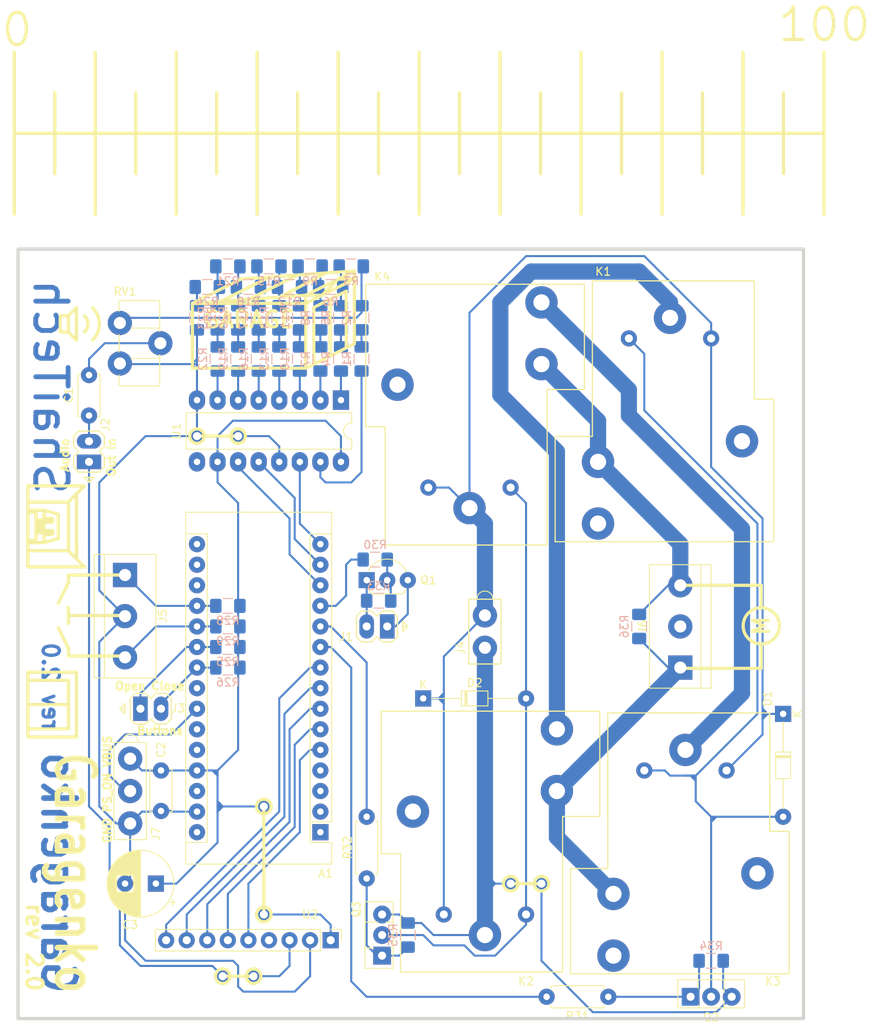
<source format=kicad_pcb>
(kicad_pcb (version 20171130) (host pcbnew 5.0.0-fee4fd1~66~ubuntu18.04.1)
  (title_block (title Garagenko) (date 01.10.2018) (rev 2.0) (company Shaitech) (comment 3 01.10.2018))
  (layers (0 F.Cu signal) (31 B.Cu signal) (34 B.Paste user hide) (35 F.Paste user hide) (36 B.SilkS user) (37 F.SilkS user) (38 B.Mask user hide) (39 F.Mask user hide) (44 Edge.Cuts user))
  (net 0 "")
  (net 1 Limit_Swch_Open)
  (net 2 GNDD)
  (net 3 Limit_Swch_Close)
  (net 4 StQ)
  (net 5 Btn_Open)
  (net 6 Q1)
  (net 7 Btn_Close)
  (net 8 Q2)
  (net 9 M_Close)
  (net 10 Q3)
  (net 11 M_Open)
  (net 12 Q4)
  (net 13 btnCallEnd)
  (net 14 DS)
  (net 15 VBUS)
  (net 16 SH_CP)
  (net 17 ST_CP)
  (net 18 PS_ON)
  (net 19 AudioOut)
  (net 20 "Net-(C1-Pad2)")
  (net 21 "Net-(D1-Pad2)")
  (net 22 +12V)
  (net 23 "Net-(D2-Pad2)")
  (net 24 btnCallEndIn)
  (net 25 btnCallEndOut)
  (net 26 PhoneAudio)
  (net 27 GND)
  (net 28 M1)
  (net 29 M2)
  (net 30 "Net-(K1-Pad3)")
  (net 31 "Net-(K3-Pad3)")
  (net 32 "Net-(Q2-Pad1)")
  (net 33 "Net-(Q3-Pad1)")
  (net 34 "Net-(R1-Pad2)")
  (net 35 "Net-(R1-Pad1)")
  (net 36 "Net-(R2-Pad1)")
  (net 37 "Net-(R3-Pad1)")
  (net 38 "Net-(R4-Pad2)")
  (net 39 "Net-(R4-Pad1)")
  (net 40 "Net-(R6-Pad1)")
  (net 41 "Net-(R7-Pad2)")
  (net 42 "Net-(R7-Pad1)")
  (net 43 "Net-(R11-Pad1)")
  (net 44 "Net-(R10-Pad1)")
  (net 45 "Net-(R10-Pad2)")
  (net 46 "Net-(R12-Pad1)")
  (net 47 "Net-(R13-Pad2)")
  (net 48 "Net-(R13-Pad1)")
  (net 49 "Net-(R15-Pad1)")
  (net 50 "Net-(R16-Pad2)")
  (net 51 "Net-(R16-Pad1)")
  (net 52 "Net-(R18-Pad1)")
  (net 53 "Net-(R19-Pad1)")
  (net 54 "Net-(R19-Pad2)")
  (net 55 "Net-(R21-Pad1)")
  (net 56 "Net-(R22-Pad2)")
  (net 57 "Net-(R22-Pad1)")
  (net 58 "Net-(R24-Pad1)")
  (net 59 "Net-(A1-Pad1)")
  (net 60 "Net-(A1-Pad17)")
  (net 61 "Net-(A1-Pad2)")
  (net 62 "Net-(A1-Pad18)")
  (net 63 "Net-(A1-Pad3)")
  (net 64 "Net-(A1-Pad4)")
  (net 65 "Net-(A1-Pad23)")
  (net 66 "Net-(A1-Pad25)")
  (net 67 "Net-(A1-Pad26)")
  (net 68 "Net-(A1-Pad28)")
  (net 69 "Net-(A1-Pad30)")
  (net 70 "Net-(A1-Pad16)")
  (net 71 "Net-(J6-Pad2)")
  (net 72 "Net-(K1-Pad1)")
  (net 73 "Net-(K1-Pad6)")
  (net 74 "Net-(K2-Pad1)")
  (net 75 "Net-(K3-Pad6)")
  (net 76 "Net-(K3-Pad1)")
  (net 77 "Net-(K4-Pad1)")
  (net 78 "Net-(Q1-Pad2)")
  (net 79 "Net-(R36-Pad2)")
  (net 80 "Net-(R36-Pad1)")
  (net 81 "Net-(U1-Pad9)")
  (net 82 "Net-(U2-Pad4)")
  (module Module:Arduino_Nano (layer F.Cu) (at 217.805 121.285 180)
    (fp_text reference A1 (at -0.635 -5.08 180) (layer F.SilkS))
    (fp_text value Arduino_Nano_v3.x)
    (pad 1 thru_hole rect (at 0 0 180) (size 2 2) (drill 0.8) (layers *.Cu *.Mask) (net 59 "Net-(A1-Pad1)"))
    (pad 17 thru_hole oval (at 15.24 33.02 180) (size 2 2) (drill 0.8) (layers *.Cu *.Mask) (net 60 "Net-(A1-Pad17)"))
    (pad 2 thru_hole oval (at 0 2.54 180) (size 2 2) (drill 0.8) (layers *.Cu *.Mask) (net 61 "Net-(A1-Pad2)"))
    (pad 18 thru_hole oval (at 15.24 30.48 180) (size 2 2) (drill 0.8) (layers *.Cu *.Mask) (net 62 "Net-(A1-Pad18)"))
    (pad 3 thru_hole oval (at 0 5.08 180) (size 2 2) (drill 0.8) (layers *.Cu *.Mask) (net 63 "Net-(A1-Pad3)"))
    (pad 19 thru_hole oval (at 15.24 27.94 180) (size 2 2) (drill 0.8) (layers *.Cu *.Mask) (net 1 Limit_Swch_Open))
    (pad 4 thru_hole oval (at 0 7.62 180) (size 2 2) (drill 0.8) (layers *.Cu *.Mask) (net 64 "Net-(A1-Pad4)"))
    (pad 20 thru_hole oval (at 15.24 25.4 180) (size 2 2) (drill 0.8) (layers *.Cu *.Mask) (net 3 Limit_Swch_Close))
    (pad 5 thru_hole oval (at 0 10.16 180) (size 2 2) (drill 0.8) (layers *.Cu *.Mask) (net 4 StQ))
    (pad 21 thru_hole oval (at 15.24 22.86 180) (size 2 2) (drill 0.8) (layers *.Cu *.Mask) (net 5 Btn_Open))
    (pad 6 thru_hole oval (at 0 12.7 180) (size 2 2) (drill 0.8) (layers *.Cu *.Mask) (net 12 Q4))
    (pad 22 thru_hole oval (at 15.24 20.32 180) (size 2 2) (drill 0.8) (layers *.Cu *.Mask) (net 7 Btn_Close))
    (pad 7 thru_hole oval (at 0 15.24 180) (size 2 2) (drill 0.8) (layers *.Cu *.Mask) (net 10 Q3))
    (pad 23 thru_hole oval (at 15.24 17.78 180) (size 2 2) (drill 0.8) (layers *.Cu *.Mask) (net 65 "Net-(A1-Pad23)"))
    (pad 8 thru_hole oval (at 0 17.78 180) (size 2 2) (drill 0.8) (layers *.Cu *.Mask) (net 8 Q2))
    (pad 24 thru_hole oval (at 15.24 15.24 180) (size 2 2) (drill 0.8) (layers *.Cu *.Mask) (net 18 PS_ON))
    (pad 9 thru_hole oval (at 0 20.32 180) (size 2 2) (drill 0.8) (layers *.Cu *.Mask) (net 6 Q1))
    (pad 25 thru_hole oval (at 15.24 12.7 180) (size 2 2) (drill 0.8) (layers *.Cu *.Mask) (net 66 "Net-(A1-Pad25)"))
    (pad 10 thru_hole oval (at 0 22.86 180) (size 2 2) (drill 0.8) (layers *.Cu *.Mask) (net 11 M_Open))
    (pad 26 thru_hole oval (at 15.24 10.16 180) (size 2 2) (drill 0.8) (layers *.Cu *.Mask) (net 67 "Net-(A1-Pad26)"))
    (pad 11 thru_hole oval (at 0 25.4 180) (size 2 2) (drill 0.8) (layers *.Cu *.Mask) (net 9 M_Close))
    (pad 27 thru_hole oval (at 15.24 7.62 180) (size 2 2) (drill 0.8) (layers *.Cu *.Mask) (net 15 VBUS))
    (pad 12 thru_hole oval (at 0 27.94 180) (size 2 2) (drill 0.8) (layers *.Cu *.Mask) (net 13 btnCallEnd))
    (pad 28 thru_hole oval (at 15.24 5.08 180) (size 2 2) (drill 0.8) (layers *.Cu *.Mask) (net 68 "Net-(A1-Pad28)"))
    (pad 13 thru_hole oval (at 0 30.48 180) (size 2 2) (drill 0.8) (layers *.Cu *.Mask) (net 16 SH_CP))
    (pad 29 thru_hole oval (at 15.24 2.54 180) (size 2 2) (drill 0.8) (layers *.Cu *.Mask) (net 2 GNDD))
    (pad 14 thru_hole oval (at 0 33.02 180) (size 2 2) (drill 0.8) (layers *.Cu *.Mask) (net 17 ST_CP))
    (pad 30 thru_hole oval (at 15.24 0 180) (size 2 2) (drill 0.8) (layers *.Cu *.Mask) (net 69 "Net-(A1-Pad30)"))
    (pad 15 thru_hole oval (at 0 35.56 180) (size 2 2) (drill 0.8) (layers *.Cu *.Mask) (net 14 DS))
    (pad 16 thru_hole oval (at 15.24 35.56 180) (size 2 2) (drill 0.8) (layers *.Cu *.Mask) (net 70 "Net-(A1-Pad16)"))
  )
  (module Resistor_THT:R_Axial_DIN0207_L6.3mm_D2.5mm_P7.62mm_Horizontal (layer F.Cu) (at 253.365 141.605 180)
    (fp_text reference R31 (at 3.81 -2.37 180) (layer F.SilkS))
    (fp_text value 220R)
    (pad 1 thru_hole circle (at 0 0 180) (size 2 2) (drill 0.8) (layers *.Cu *.Mask) (net 32 "Net-(Q2-Pad1)"))
    (pad 2 thru_hole oval (at 7.62 0 180) (size 2 2) (drill 0.8) (layers *.Cu *.Mask) (net 11 M_Open))
  )
  (module MyFootprints:JQX-15F (layer F.Cu) (at 238.125 118.745)
    (fp_text reference K2 (at 5.08 20.955) (layer F.SilkS))
    (fp_text value JQX-15F)
    (pad 6 thru_hole circle (at 8.89 -10.16) (size 4 4) (drill 2) (layers *.Cu *.Mask) (net 30 "Net-(K1-Pad3)"))
    (pad 5 thru_hole circle (at 8.89 -2.54) (size 4 4) (drill 2) (layers *.Cu *.Mask) (net 28 M1))
    (pad 1 thru_hole circle (at -8.89 0) (size 4 4) (drill 2) (layers *.Cu *.Mask) (net 74 "Net-(K2-Pad1)"))
    (pad 3 thru_hole circle (at 0 15.24) (size 4 4) (drill 2) (layers *.Cu *.Mask) (net 27 GND))
    (pad 2 thru_hole circle (at -5.08 12.7) (size 2 2) (drill 1) (layers *.Cu *.Mask) (net 22 +12V))
    (pad 4 thru_hole circle (at 5.08 12.7) (size 2 2) (drill 1) (layers *.Cu *.Mask) (net 23 "Net-(D2-Pad2)"))
  )
  (module Package_TO_SOT_THT:TO-126-3_Vertical (layer F.Cu) (at 263.525 141.605)
    (fp_text reference Q2 (at 2.54 2.54) (layer F.SilkS))
    (fp_text value BD137)
    (pad 3 thru_hole oval (at 5.08 0) (size 2.2 2.2) (drill 1) (layers *.Cu *.Mask) (net 27 GND))
    (pad 2 thru_hole oval (at 2.54 0) (size 2.2 2.2) (drill 1) (layers *.Cu *.Mask) (net 21 "Net-(D1-Pad2)"))
    (pad 1 thru_hole rect (at 0 0) (size 2.2 2.2) (drill 1) (layers *.Cu *.Mask) (net 32 "Net-(Q2-Pad1)"))
  )
  (module TerminalBlock:TerminalBlock_bornier-3_P5.08mm (layer F.Cu) (at 262.255 100.965 90)
    (fp_text reference J6 (at 5.05 -4.65 90) (layer F.SilkS))
    (fp_text value "Motor Out")
    (pad 3 thru_hole circle (at 10.16 0 90) (size 3 3) (drill 1.5) (layers *.Cu *.Mask) (net 29 M2))
    (pad 2 thru_hole circle (at 5.08 0 90) (size 3 3) (drill 1.5) (layers *.Cu *.Mask) (net 71 "Net-(J6-Pad2)"))
    (pad 1 thru_hole rect (at 0 0 90) (size 3 3) (drill 1.5) (layers *.Cu *.Mask) (net 28 M1))
  )
  (module Capacitor_THT:C_Disc_D5.0mm_W2.5mm_P5.00mm (layer F.Cu) (at 189.23 69.85 90)
    (fp_text reference C1 (at 2.5 -2.5 90) (layer F.SilkS))
    (fp_text value 100nF)
    (pad 1 thru_hole circle (at 0 0 90) (size 2 2) (drill 0.8) (layers *.Cu *.Mask) (net 19 AudioOut))
    (pad 2 thru_hole circle (at 5 0 90) (size 2 2) (drill 0.8) (layers *.Cu *.Mask) (net 20 "Net-(C1-Pad2)"))
  )
  (module Capacitor_THT:C_Disc_D5.0mm_W2.5mm_P5.00mm (layer F.Cu) (at 198.12 113.665 270)
    (fp_text reference C2 (at -2.54 0 270) (layer F.SilkS))
    (fp_text value 100nF)
    (pad 2 thru_hole circle (at 5 0 270) (size 2 2) (drill 0.8) (layers *.Cu *.Mask) (net 2 GNDD))
    (pad 1 thru_hole circle (at 0 0 270) (size 2 2) (drill 0.8) (layers *.Cu *.Mask) (net 15 VBUS))
  )
  (module Capacitor_THT:CP_Radial_D8.0mm_P3.80mm (layer F.Cu) (at 197.485 127.635 180)
    (fp_text reference C3 (at 3.175 -5.08 180) (layer F.SilkS))
    (fp_text value 1000uF)
    (pad 1 thru_hole rect (at 0 0 180) (size 2 2) (drill 0.8) (layers *.Cu *.Mask) (net 15 VBUS))
    (pad 2 thru_hole circle (at 3.8 0 180) (size 2 2) (drill 0.8) (layers *.Cu *.Mask) (net 2 GNDD))
  )
  (module Diode_THT:D_DO-34_SOD68_P12.70mm_Horizontal (layer F.Cu) (at 274.955 106.68 270)
    (fp_text reference D1 (at -1.905 1.905 270) (layer F.SilkS))
    (fp_text value 1N4007)
    (fp_text user K (at 0 -1.75 270) (layer F.SilkS))
    (pad 2 thru_hole oval (at 12.7 0 270) (size 2 2) (drill 0.8) (layers *.Cu *.Mask) (net 21 "Net-(D1-Pad2)"))
    (pad 1 thru_hole rect (at 0 0 270) (size 2 2) (drill 0.8) (layers *.Cu *.Mask) (net 22 +12V))
  )
  (module Diode_THT:D_DO-34_SOD68_P12.70mm_Horizontal (layer F.Cu) (at 230.505 104.775)
    (fp_text reference D2 (at 6.35 -1.92) (layer F.SilkS))
    (fp_text value 1N4007)
    (fp_text user K (at 0 -1.75) (layer F.SilkS))
    (pad 1 thru_hole rect (at 0 0) (size 2 2) (drill 0.8) (layers *.Cu *.Mask) (net 22 +12V))
    (pad 2 thru_hole oval (at 12.7 0) (size 2 2) (drill 0.8) (layers *.Cu *.Mask) (net 23 "Net-(D2-Pad2)"))
  )
  (module MyFootprints:Conn_1x2_d1mm (layer F.Cu) (at 224.79 95.885 180)
    (fp_text reference J1 (at 3.81 -1.27 180) (layer F.SilkS))
    (fp_text value btnCallEnd)
    (pad 1 thru_hole trapezoid (at -1.27 0 180) (size 1.8 3) (drill 1) (layers *.Cu *.Mask) (net 24 btnCallEndIn))
    (pad 2 thru_hole oval (at 1.27 0 180) (size 1.8 3) (drill 1) (layers *.Cu *.Mask) (net 25 btnCallEndOut))
  )
  (module MyFootprints:Conn_1x2_d1mm (layer F.Cu) (at 189.23 74.295 90)
    (fp_text reference J2 (at 3.295 2.02 90) (layer F.SilkS))
    (fp_text value audio)
    (pad 2 thru_hole oval (at 1.27 0 90) (size 1.8 3) (drill 1) (layers *.Cu *.Mask) (net 19 AudioOut))
    (pad 1 thru_hole trapezoid (at -1.27 0 90) (size 1.8 3) (drill 1) (layers *.Cu *.Mask) (net 26 PhoneAudio))
  )
  (module MyFootprints:Conn_1x2_d1mm (layer F.Cu) (at 196.85 106.045)
    (fp_text reference J3 (at 3.4 -0.045) (layer F.SilkS))
    (fp_text value Buttons)
    (pad 1 thru_hole trapezoid (at -1.27 0) (size 1.8 3) (drill 1) (layers *.Cu *.Mask) (net 5 Btn_Open))
    (pad 2 thru_hole oval (at 1.27 0) (size 1.8 3) (drill 1) (layers *.Cu *.Mask) (net 7 Btn_Close))
  )
  (module MyFootprints:Conn_1x2_d1.5mm (layer F.Cu) (at 238.125 96.52 270)
    (fp_text reference J4 (at 2 3 270) (layer F.SilkS))
    (fp_text value POWER)
    (pad 1 thru_hole circle (at -2 0 270) (size 3 3) (drill 1.5) (layers *.Cu *.Mask) (net 22 +12V))
    (pad 2 thru_hole circle (at 2 0 270) (size 3 3) (drill 1.5) (layers *.Cu *.Mask) (net 27 GND))
  )
  (module TerminalBlock:TerminalBlock_bornier-3_P5.08mm (layer F.Cu) (at 193.675 89.535 270)
    (fp_text reference J5 (at 5.05 -4.65 270) (layer F.SilkS))
    (fp_text value "Limit Switches")
    (pad 1 thru_hole rect (at 0 0 270) (size 3 3) (drill 1.5) (layers *.Cu *.Mask) (net 1 Limit_Swch_Open))
    (pad 2 thru_hole circle (at 5.08 0 270) (size 3 3) (drill 1.5) (layers *.Cu *.Mask) (net 2 GNDD))
    (pad 3 thru_hole circle (at 10.16 0 270) (size 3 3) (drill 1.5) (layers *.Cu *.Mask) (net 3 Limit_Swch_Close))
  )
  (module MyFootprints:Conn_1x3_d1.5mm (layer F.Cu) (at 194.31 116.205 270)
    (fp_text reference J7 (at 5.295 -3.19 270) (layer F.SilkS))
    (fp_text value ATX)
    (pad 1 thru_hole circle (at -4 0 270) (size 3 3) (drill 1.5) (layers *.Cu *.Mask) (net 15 VBUS))
    (pad 2 thru_hole circle (at 0 0 270) (size 3 3) (drill 1.5) (layers *.Cu *.Mask) (net 18 PS_ON))
    (pad 3 thru_hole circle (at 4 0 270) (size 3 3) (drill 1.5) (layers *.Cu *.Mask) (net 2 GNDD))
  )
  (module MyFootprints:JQX-15F (layer F.Cu) (at 260.985 73.025 180)
    (fp_text reference K1 (at 8.255 20.955 180) (layer F.SilkS))
    (fp_text value JQX-15F)
    (pad 4 thru_hole circle (at 5.08 12.7 180) (size 2 2) (drill 1) (layers *.Cu *.Mask) (net 21 "Net-(D1-Pad2)"))
    (pad 2 thru_hole circle (at -5.08 12.7 180) (size 2 2) (drill 1) (layers *.Cu *.Mask) (net 22 +12V))
    (pad 3 thru_hole circle (at 0 15.24 180) (size 4 4) (drill 2) (layers *.Cu *.Mask) (net 30 "Net-(K1-Pad3)"))
    (pad 1 thru_hole circle (at -8.89 0 180) (size 4 4) (drill 2) (layers *.Cu *.Mask) (net 72 "Net-(K1-Pad1)"))
    (pad 5 thru_hole circle (at 8.89 -2.54 180) (size 4 4) (drill 2) (layers *.Cu *.Mask) (net 29 M2))
    (pad 6 thru_hole circle (at 8.89 -10.16 180) (size 4 4) (drill 2) (layers *.Cu *.Mask) (net 73 "Net-(K1-Pad6)"))
  )
  (module MyFootprints:JQX-15F (layer F.Cu) (at 262.89 126.365 180)
    (fp_text reference K3 (at -10.795 -13.335 180) (layer F.SilkS))
    (fp_text value JQX-15F)
    (pad 6 thru_hole circle (at 8.89 -10.16 180) (size 4 4) (drill 2) (layers *.Cu *.Mask) (net 75 "Net-(K3-Pad6)"))
    (pad 5 thru_hole circle (at 8.89 -2.54 180) (size 4 4) (drill 2) (layers *.Cu *.Mask) (net 28 M1))
    (pad 1 thru_hole circle (at -8.89 0 180) (size 4 4) (drill 2) (layers *.Cu *.Mask) (net 76 "Net-(K3-Pad1)"))
    (pad 3 thru_hole circle (at 0 15.24 180) (size 4 4) (drill 2) (layers *.Cu *.Mask) (net 31 "Net-(K3-Pad3)"))
    (pad 2 thru_hole circle (at -5.08 12.7 180) (size 2 2) (drill 1) (layers *.Cu *.Mask) (net 22 +12V))
    (pad 4 thru_hole circle (at 5.08 12.7 180) (size 2 2) (drill 1) (layers *.Cu *.Mask) (net 21 "Net-(D1-Pad2)"))
  )
  (module MyFootprints:JQX-15F (layer F.Cu) (at 236.22 66.04)
    (fp_text reference K4 (at -10.795 -13.335) (layer F.SilkS))
    (fp_text value JQX-15F)
    (pad 4 thru_hole circle (at 5.08 12.7) (size 2 2) (drill 1) (layers *.Cu *.Mask) (net 23 "Net-(D2-Pad2)"))
    (pad 2 thru_hole circle (at -5.08 12.7) (size 2 2) (drill 1) (layers *.Cu *.Mask) (net 22 +12V))
    (pad 3 thru_hole circle (at 0 15.24) (size 4 4) (drill 2) (layers *.Cu *.Mask) (net 22 +12V))
    (pad 1 thru_hole circle (at -8.89 0) (size 4 4) (drill 2) (layers *.Cu *.Mask) (net 77 "Net-(K4-Pad1)"))
    (pad 5 thru_hole circle (at 8.89 -2.54) (size 4 4) (drill 2) (layers *.Cu *.Mask) (net 29 M2))
    (pad 6 thru_hole circle (at 8.89 -10.16) (size 4 4) (drill 2) (layers *.Cu *.Mask) (net 31 "Net-(K3-Pad3)"))
  )
  (module Package_TO_SOT_THT:TO-92L_Inline_Wide (layer F.Cu) (at 223.52 90.17)
    (fp_text reference Q1 (at 7.62 0) (layer F.SilkS))
    (fp_text value BC547)
    (pad 2 thru_hole circle (at 2.54 0 90) (size 2 2) (drill 0.8) (layers *.Cu *.Mask) (net 78 "Net-(Q1-Pad2)"))
    (pad 3 thru_hole circle (at 5.08 0 90) (size 2 2) (drill 0.8) (layers *.Cu *.Mask) (net 24 btnCallEndIn))
    (pad 1 thru_hole rect (at 0 0 90) (size 2 2) (drill 0.8) (layers *.Cu *.Mask) (net 25 btnCallEndOut))
  )
  (module Package_TO_SOT_THT:TO-126-3_Vertical (layer F.Cu) (at 225.425 136.525 90)
    (fp_text reference Q3 (at 5.715 -3.175 90) (layer F.SilkS))
    (fp_text value BD137)
    (pad 1 thru_hole rect (at 0 0 90) (size 2.2 2.2) (drill 1) (layers *.Cu *.Mask) (net 33 "Net-(Q3-Pad1)"))
    (pad 2 thru_hole oval (at 2.54 0 90) (size 2.2 2.2) (drill 1) (layers *.Cu *.Mask) (net 23 "Net-(D2-Pad2)"))
    (pad 3 thru_hole oval (at 5.08 0 90) (size 2.2 2.2) (drill 1) (layers *.Cu *.Mask) (net 27 GND))
  )
  (module Resistor_SMD:R_1206_3216Metric_Pad1.42x1.75mm_HandSolder (layer B.Cu) (at 222.885 62.865 270)
    (fp_text reference R1 (at 0 1.82 270) (layer B.SilkS) (effects (justify mirror)))
    (fp_text value 2.2K)
    (pad 2 smd roundrect (at 1.4875 0 270) (size 1.425 1.75) (layers B.Cu B.Paste B.Mask) (roundrect_rratio 0.175439) (net 34 "Net-(R1-Pad2)"))
    (pad 1 smd roundrect (at -1.4875 0 270) (size 1.425 1.75) (layers B.Cu B.Paste B.Mask) (roundrect_rratio 0.175439) (net 35 "Net-(R1-Pad1)"))
  )
  (module Resistor_SMD:R_1206_3216Metric_Pad1.42x1.75mm_HandSolder (layer B.Cu) (at 222.885 57.785 270)
    (fp_text reference R2 (at 0 1.82 270) (layer B.SilkS) (effects (justify mirror)))
    (fp_text value 2.2K)
    (pad 1 smd roundrect (at -1.4875 0 270) (size 1.425 1.75) (layers B.Cu B.Paste B.Mask) (roundrect_rratio 0.175439) (net 36 "Net-(R2-Pad1)"))
    (pad 2 smd roundrect (at 1.4875 0 270) (size 1.425 1.75) (layers B.Cu B.Paste B.Mask) (roundrect_rratio 0.175439) (net 35 "Net-(R1-Pad1)"))
  )
  (module Resistor_SMD:R_1206_3216Metric_Pad1.42x1.75mm_HandSolder (layer B.Cu) (at 221.615 51.435)
    (fp_text reference R3 (at 0 1.82) (layer B.SilkS) (effects (justify mirror)))
    (fp_text value 2.2K)
    (pad 1 smd roundrect (at -1.4875 0) (size 1.425 1.75) (layers B.Cu B.Paste B.Mask) (roundrect_rratio 0.175439) (net 37 "Net-(R3-Pad1)"))
    (pad 2 smd roundrect (at 1.4875 0) (size 1.425 1.75) (layers B.Cu B.Paste B.Mask) (roundrect_rratio 0.175439) (net 36 "Net-(R2-Pad1)"))
  )
  (module Resistor_SMD:R_1206_3216Metric_Pad1.42x1.75mm_HandSolder (layer B.Cu) (at 220.345 62.865 270)
    (fp_text reference R4 (at 0 1.82 270) (layer B.SilkS) (effects (justify mirror)))
    (fp_text value 2.2K)
    (pad 2 smd roundrect (at 1.4875 0 270) (size 1.425 1.75) (layers B.Cu B.Paste B.Mask) (roundrect_rratio 0.175439) (net 38 "Net-(R4-Pad2)"))
    (pad 1 smd roundrect (at -1.4875 0 270) (size 1.425 1.75) (layers B.Cu B.Paste B.Mask) (roundrect_rratio 0.175439) (net 39 "Net-(R4-Pad1)"))
  )
  (module Resistor_SMD:R_1206_3216Metric_Pad1.42x1.75mm_HandSolder (layer B.Cu) (at 220.345 57.785 270)
    (fp_text reference R5 (at 0 1.82 270) (layer B.SilkS) (effects (justify mirror)))
    (fp_text value 2.2K)
    (pad 1 smd roundrect (at -1.4875 0 270) (size 1.425 1.75) (layers B.Cu B.Paste B.Mask) (roundrect_rratio 0.175439) (net 37 "Net-(R3-Pad1)"))
    (pad 2 smd roundrect (at 1.4875 0 270) (size 1.425 1.75) (layers B.Cu B.Paste B.Mask) (roundrect_rratio 0.175439) (net 39 "Net-(R4-Pad1)"))
  )
  (module Resistor_SMD:R_1206_3216Metric_Pad1.42x1.75mm_HandSolder (layer B.Cu) (at 219.075 53.975)
    (fp_text reference R6 (at 0 1.82) (layer B.SilkS) (effects (justify mirror)))
    (fp_text value 2.2K)
    (pad 2 smd roundrect (at 1.4875 0) (size 1.425 1.75) (layers B.Cu B.Paste B.Mask) (roundrect_rratio 0.175439) (net 37 "Net-(R3-Pad1)"))
    (pad 1 smd roundrect (at -1.4875 0) (size 1.425 1.75) (layers B.Cu B.Paste B.Mask) (roundrect_rratio 0.175439) (net 40 "Net-(R6-Pad1)"))
  )
  (module Resistor_SMD:R_1206_3216Metric_Pad1.42x1.75mm_HandSolder (layer B.Cu) (at 217.805 62.865 270)
    (fp_text reference R7 (at 0 1.82 270) (layer B.SilkS) (effects (justify mirror)))
    (fp_text value 2.2K)
    (pad 2 smd roundrect (at 1.4875 0 270) (size 1.425 1.75) (layers B.Cu B.Paste B.Mask) (roundrect_rratio 0.175439) (net 41 "Net-(R7-Pad2)"))
    (pad 1 smd roundrect (at -1.4875 0 270) (size 1.425 1.75) (layers B.Cu B.Paste B.Mask) (roundrect_rratio 0.175439) (net 42 "Net-(R7-Pad1)"))
  )
  (module Resistor_SMD:R_1206_3216Metric_Pad1.42x1.75mm_HandSolder (layer B.Cu) (at 217.805 57.785 270)
    (fp_text reference R8 (at 0 1.82 270) (layer B.SilkS) (effects (justify mirror)))
    (fp_text value 2.2K)
    (pad 1 smd roundrect (at -1.4875 0 270) (size 1.425 1.75) (layers B.Cu B.Paste B.Mask) (roundrect_rratio 0.175439) (net 40 "Net-(R6-Pad1)"))
    (pad 2 smd roundrect (at 1.4875 0 270) (size 1.425 1.75) (layers B.Cu B.Paste B.Mask) (roundrect_rratio 0.175439) (net 42 "Net-(R7-Pad1)"))
  )
  (module Resistor_SMD:R_1206_3216Metric_Pad1.42x1.75mm_HandSolder (layer B.Cu) (at 216.535 51.435)
    (fp_text reference R9 (at 0 1.82) (layer B.SilkS) (effects (justify mirror)))
    (fp_text value 2.2K)
    (pad 2 smd roundrect (at 1.4875 0) (size 1.425 1.75) (layers B.Cu B.Paste B.Mask) (roundrect_rratio 0.175439) (net 40 "Net-(R6-Pad1)"))
    (pad 1 smd roundrect (at -1.4875 0) (size 1.425 1.75) (layers B.Cu B.Paste B.Mask) (roundrect_rratio 0.175439) (net 43 "Net-(R11-Pad1)"))
  )
  (module Resistor_SMD:R_1206_3216Metric_Pad1.42x1.75mm_HandSolder (layer B.Cu) (at 215.265 62.865 270)
    (fp_text reference R10 (at 0 1.82 270) (layer B.SilkS) (effects (justify mirror)))
    (fp_text value 2.2K)
    (pad 1 smd roundrect (at -1.4875 0 270) (size 1.425 1.75) (layers B.Cu B.Paste B.Mask) (roundrect_rratio 0.175439) (net 44 "Net-(R10-Pad1)"))
    (pad 2 smd roundrect (at 1.4875 0 270) (size 1.425 1.75) (layers B.Cu B.Paste B.Mask) (roundrect_rratio 0.175439) (net 45 "Net-(R10-Pad2)"))
  )
  (module Resistor_SMD:R_1206_3216Metric_Pad1.42x1.75mm_HandSolder (layer B.Cu) (at 215.265 57.785 270)
    (fp_text reference R11 (at 0 1.82 270) (layer B.SilkS) (effects (justify mirror)))
    (fp_text value 2.2K)
    (pad 2 smd roundrect (at 1.4875 0 270) (size 1.425 1.75) (layers B.Cu B.Paste B.Mask) (roundrect_rratio 0.175439) (net 44 "Net-(R10-Pad1)"))
    (pad 1 smd roundrect (at -1.4875 0 270) (size 1.425 1.75) (layers B.Cu B.Paste B.Mask) (roundrect_rratio 0.175439) (net 43 "Net-(R11-Pad1)"))
  )
  (module Resistor_SMD:R_1206_3216Metric_Pad1.42x1.75mm_HandSolder (layer B.Cu) (at 213.995 53.975)
    (fp_text reference R12 (at 0 1.82) (layer B.SilkS) (effects (justify mirror)))
    (fp_text value 2.2K)
    (pad 1 smd roundrect (at -1.4875 0) (size 1.425 1.75) (layers B.Cu B.Paste B.Mask) (roundrect_rratio 0.175439) (net 46 "Net-(R12-Pad1)"))
    (pad 2 smd roundrect (at 1.4875 0) (size 1.425 1.75) (layers B.Cu B.Paste B.Mask) (roundrect_rratio 0.175439) (net 43 "Net-(R11-Pad1)"))
  )
  (module Resistor_SMD:R_1206_3216Metric_Pad1.42x1.75mm_HandSolder (layer B.Cu) (at 212.725 62.865 270)
    (fp_text reference R13 (at 0 1.82 270) (layer B.SilkS) (effects (justify mirror)))
    (fp_text value 2.2K)
    (pad 2 smd roundrect (at 1.4875 0 270) (size 1.425 1.75) (layers B.Cu B.Paste B.Mask) (roundrect_rratio 0.175439) (net 47 "Net-(R13-Pad2)"))
    (pad 1 smd roundrect (at -1.4875 0 270) (size 1.425 1.75) (layers B.Cu B.Paste B.Mask) (roundrect_rratio 0.175439) (net 48 "Net-(R13-Pad1)"))
  )
  (module Resistor_SMD:R_1206_3216Metric_Pad1.42x1.75mm_HandSolder (layer B.Cu) (at 212.725 57.785 270)
    (fp_text reference R14 (at 0 1.82 270) (layer B.SilkS) (effects (justify mirror)))
    (fp_text value 2.2K)
    (pad 1 smd roundrect (at -1.4875 0 270) (size 1.425 1.75) (layers B.Cu B.Paste B.Mask) (roundrect_rratio 0.175439) (net 46 "Net-(R12-Pad1)"))
    (pad 2 smd roundrect (at 1.4875 0 270) (size 1.425 1.75) (layers B.Cu B.Paste B.Mask) (roundrect_rratio 0.175439) (net 48 "Net-(R13-Pad1)"))
  )
  (module Resistor_SMD:R_1206_3216Metric_Pad1.42x1.75mm_HandSolder (layer B.Cu) (at 211.455 51.435)
    (fp_text reference R15 (at 0 1.82) (layer B.SilkS) (effects (justify mirror)))
    (fp_text value 2.2K)
    (pad 1 smd roundrect (at -1.4875 0) (size 1.425 1.75) (layers B.Cu B.Paste B.Mask) (roundrect_rratio 0.175439) (net 49 "Net-(R15-Pad1)"))
    (pad 2 smd roundrect (at 1.4875 0) (size 1.425 1.75) (layers B.Cu B.Paste B.Mask) (roundrect_rratio 0.175439) (net 46 "Net-(R12-Pad1)"))
  )
  (module Resistor_SMD:R_1206_3216Metric_Pad1.42x1.75mm_HandSolder (layer B.Cu) (at 210.185 62.865 270)
    (fp_text reference R16 (at 0 1.82 270) (layer B.SilkS) (effects (justify mirror)))
    (fp_text value 2.2K)
    (pad 2 smd roundrect (at 1.4875 0 270) (size 1.425 1.75) (layers B.Cu B.Paste B.Mask) (roundrect_rratio 0.175439) (net 50 "Net-(R16-Pad2)"))
    (pad 1 smd roundrect (at -1.4875 0 270) (size 1.425 1.75) (layers B.Cu B.Paste B.Mask) (roundrect_rratio 0.175439) (net 51 "Net-(R16-Pad1)"))
  )
  (module Resistor_SMD:R_1206_3216Metric_Pad1.42x1.75mm_HandSolder (layer B.Cu) (at 210.185 57.785 270)
    (fp_text reference R17 (at 0 1.82 270) (layer B.SilkS) (effects (justify mirror)))
    (fp_text value 2.2K)
    (pad 2 smd roundrect (at 1.4875 0 270) (size 1.425 1.75) (layers B.Cu B.Paste B.Mask) (roundrect_rratio 0.175439) (net 51 "Net-(R16-Pad1)"))
    (pad 1 smd roundrect (at -1.4875 0 270) (size 1.425 1.75) (layers B.Cu B.Paste B.Mask) (roundrect_rratio 0.175439) (net 49 "Net-(R15-Pad1)"))
  )
  (module Resistor_SMD:R_1206_3216Metric_Pad1.42x1.75mm_HandSolder (layer B.Cu) (at 208.915 53.975)
    (fp_text reference R18 (at 0 1.82) (layer B.SilkS) (effects (justify mirror)))
    (fp_text value 2.2K)
    (pad 2 smd roundrect (at 1.4875 0) (size 1.425 1.75) (layers B.Cu B.Paste B.Mask) (roundrect_rratio 0.175439) (net 49 "Net-(R15-Pad1)"))
    (pad 1 smd roundrect (at -1.4875 0) (size 1.425 1.75) (layers B.Cu B.Paste B.Mask) (roundrect_rratio 0.175439) (net 52 "Net-(R18-Pad1)"))
  )
  (module Resistor_SMD:R_1206_3216Metric_Pad1.42x1.75mm_HandSolder (layer B.Cu) (at 207.645 62.865 270)
    (fp_text reference R19 (at 0 1.82 270) (layer B.SilkS) (effects (justify mirror)))
    (fp_text value 2.2K)
    (pad 1 smd roundrect (at -1.4875 0 270) (size 1.425 1.75) (layers B.Cu B.Paste B.Mask) (roundrect_rratio 0.175439) (net 53 "Net-(R19-Pad1)"))
    (pad 2 smd roundrect (at 1.4875 0 270) (size 1.425 1.75) (layers B.Cu B.Paste B.Mask) (roundrect_rratio 0.175439) (net 54 "Net-(R19-Pad2)"))
  )
  (module Resistor_SMD:R_1206_3216Metric_Pad1.42x1.75mm_HandSolder (layer B.Cu) (at 207.645 57.785 270)
    (fp_text reference R20 (at 0 1.82 270) (layer B.SilkS) (effects (justify mirror)))
    (fp_text value 2.2K)
    (pad 2 smd roundrect (at 1.4875 0 270) (size 1.425 1.75) (layers B.Cu B.Paste B.Mask) (roundrect_rratio 0.175439) (net 53 "Net-(R19-Pad1)"))
    (pad 1 smd roundrect (at -1.4875 0 270) (size 1.425 1.75) (layers B.Cu B.Paste B.Mask) (roundrect_rratio 0.175439) (net 52 "Net-(R18-Pad1)"))
  )
  (module Resistor_SMD:R_1206_3216Metric_Pad1.42x1.75mm_HandSolder (layer B.Cu) (at 206.375 51.435)
    (fp_text reference R21 (at 0 1.82) (layer B.SilkS) (effects (justify mirror)))
    (fp_text value 2.2K)
    (pad 1 smd roundrect (at -1.4875 0) (size 1.425 1.75) (layers B.Cu B.Paste B.Mask) (roundrect_rratio 0.175439) (net 55 "Net-(R21-Pad1)"))
    (pad 2 smd roundrect (at 1.4875 0) (size 1.425 1.75) (layers B.Cu B.Paste B.Mask) (roundrect_rratio 0.175439) (net 52 "Net-(R18-Pad1)"))
  )
  (module Resistor_SMD:R_1206_3216Metric_Pad1.42x1.75mm_HandSolder (layer B.Cu) (at 205.105 62.865 270)
    (fp_text reference R22 (at 0 1.82 270) (layer B.SilkS) (effects (justify mirror)))
    (fp_text value 2.2K)
    (pad 2 smd roundrect (at 1.4875 0 270) (size 1.425 1.75) (layers B.Cu B.Paste B.Mask) (roundrect_rratio 0.175439) (net 56 "Net-(R22-Pad2)"))
    (pad 1 smd roundrect (at -1.4875 0 270) (size 1.425 1.75) (layers B.Cu B.Paste B.Mask) (roundrect_rratio 0.175439) (net 57 "Net-(R22-Pad1)"))
  )
  (module Resistor_SMD:R_1206_3216Metric_Pad1.42x1.75mm_HandSolder (layer B.Cu) (at 205.105 57.785 270)
    (fp_text reference R23 (at 0 1.82 270) (layer B.SilkS) (effects (justify mirror)))
    (fp_text value 2.2K)
    (pad 1 smd roundrect (at -1.4875 0 270) (size 1.425 1.75) (layers B.Cu B.Paste B.Mask) (roundrect_rratio 0.175439) (net 55 "Net-(R21-Pad1)"))
    (pad 2 smd roundrect (at 1.4875 0 270) (size 1.425 1.75) (layers B.Cu B.Paste B.Mask) (roundrect_rratio 0.175439) (net 57 "Net-(R22-Pad1)"))
  )
  (module Resistor_SMD:R_1206_3216Metric_Pad1.42x1.75mm_HandSolder (layer B.Cu) (at 203.835 53.975)
    (fp_text reference R24 (at 0 1.82) (layer B.SilkS) (effects (justify mirror)))
    (fp_text value 2.2K)
    (pad 1 smd roundrect (at -1.4875 0) (size 1.425 1.75) (layers B.Cu B.Paste B.Mask) (roundrect_rratio 0.175439) (net 58 "Net-(R24-Pad1)"))
    (pad 2 smd roundrect (at 1.4875 0) (size 1.425 1.75) (layers B.Cu B.Paste B.Mask) (roundrect_rratio 0.175439) (net 55 "Net-(R21-Pad1)"))
  )
  (module Resistor_SMD:R_1206_3216Metric_Pad1.42x1.75mm_HandSolder (layer B.Cu) (at 206.375 98.425)
    (fp_text reference R25 (at 0 1.82) (layer B.SilkS) (effects (justify mirror)))
    (fp_text value 4.7K)
    (pad 1 smd roundrect (at -1.4875 0) (size 1.425 1.75) (layers B.Cu B.Paste B.Mask) (roundrect_rratio 0.175439) (net 5 Btn_Open))
    (pad 2 smd roundrect (at 1.4875 0) (size 1.425 1.75) (layers B.Cu B.Paste B.Mask) (roundrect_rratio 0.175439) (net 15 VBUS))
  )
  (module Resistor_SMD:R_1206_3216Metric_Pad1.42x1.75mm_HandSolder (layer B.Cu) (at 206.375 100.965)
    (fp_text reference R26 (at 0 1.82) (layer B.SilkS) (effects (justify mirror)))
    (fp_text value 4.7K)
    (pad 2 smd roundrect (at 1.4875 0) (size 1.425 1.75) (layers B.Cu B.Paste B.Mask) (roundrect_rratio 0.175439) (net 15 VBUS))
    (pad 1 smd roundrect (at -1.4875 0) (size 1.425 1.75) (layers B.Cu B.Paste B.Mask) (roundrect_rratio 0.175439) (net 7 Btn_Close))
  )
  (module Resistor_SMD:R_1206_3216Metric_Pad1.42x1.75mm_HandSolder (layer B.Cu) (at 202.565 57.785 90)
    (fp_text reference R27 (at 0 1.82 90) (layer B.SilkS) (effects (justify mirror)))
    (fp_text value 2.2K)
    (pad 2 smd roundrect (at 1.4875 0 90) (size 1.425 1.75) (layers B.Cu B.Paste B.Mask) (roundrect_rratio 0.175439) (net 58 "Net-(R24-Pad1)"))
    (pad 1 smd roundrect (at -1.4875 0 90) (size 1.425 1.75) (layers B.Cu B.Paste B.Mask) (roundrect_rratio 0.175439) (net 2 GNDD))
  )
  (module Resistor_SMD:R_1206_3216Metric_Pad1.42x1.75mm_HandSolder (layer B.Cu) (at 206.375 93.345)
    (fp_text reference R28 (at 0 1.82) (layer B.SilkS) (effects (justify mirror)))
    (fp_text value 4.7K)
    (pad 2 smd roundrect (at 1.4875 0) (size 1.425 1.75) (layers B.Cu B.Paste B.Mask) (roundrect_rratio 0.175439) (net 15 VBUS))
    (pad 1 smd roundrect (at -1.4875 0) (size 1.425 1.75) (layers B.Cu B.Paste B.Mask) (roundrect_rratio 0.175439) (net 1 Limit_Swch_Open))
  )
  (module Resistor_SMD:R_1206_3216Metric_Pad1.42x1.75mm_HandSolder (layer B.Cu) (at 206.375 95.885)
    (fp_text reference R29 (at 0 1.82) (layer B.SilkS) (effects (justify mirror)))
    (fp_text value 4.7K)
    (pad 1 smd roundrect (at -1.4875 0) (size 1.425 1.75) (layers B.Cu B.Paste B.Mask) (roundrect_rratio 0.175439) (net 3 Limit_Swch_Close))
    (pad 2 smd roundrect (at 1.4875 0) (size 1.425 1.75) (layers B.Cu B.Paste B.Mask) (roundrect_rratio 0.175439) (net 15 VBUS))
  )
  (module Resistor_SMD:R_1206_3216Metric_Pad1.42x1.75mm_HandSolder (layer B.Cu) (at 224.5725 87.63 180)
    (fp_text reference R30 (at 0 1.82 180) (layer B.SilkS) (effects (justify mirror)))
    (fp_text value 2.2K)
    (pad 1 smd roundrect (at -1.4875 0 180) (size 1.425 1.75) (layers B.Cu B.Paste B.Mask) (roundrect_rratio 0.175439) (net 78 "Net-(Q1-Pad2)"))
    (pad 2 smd roundrect (at 1.4875 0 180) (size 1.425 1.75) (layers B.Cu B.Paste B.Mask) (roundrect_rratio 0.175439) (net 13 btnCallEnd))
  )
  (module Resistor_THT:R_Axial_DIN0207_L6.3mm_D2.5mm_P7.62mm_Horizontal (layer F.Cu) (at 223.52 127 90)
    (fp_text reference R32 (at 3.81 -2.37 90) (layer F.SilkS))
    (fp_text value 220R)
    (pad 2 thru_hole oval (at 7.62 0 90) (size 2 2) (drill 0.8) (layers *.Cu *.Mask) (net 9 M_Close))
    (pad 1 thru_hole circle (at 0 0 90) (size 2 2) (drill 0.8) (layers *.Cu *.Mask) (net 33 "Net-(Q3-Pad1)"))
  )
  (module Resistor_SMD:R_1206_3216Metric_Pad1.42x1.75mm_HandSolder (layer B.Cu) (at 225.0075 92.71 180)
    (fp_text reference R33 (at 0 1.82 180) (layer B.SilkS) (effects (justify mirror)))
    (fp_text value 2.2K)
    (pad 2 smd roundrect (at 1.4875 0 180) (size 1.425 1.75) (layers B.Cu B.Paste B.Mask) (roundrect_rratio 0.175439) (net 25 btnCallEndOut))
    (pad 1 smd roundrect (at -1.4875 0 180) (size 1.425 1.75) (layers B.Cu B.Paste B.Mask) (roundrect_rratio 0.175439) (net 78 "Net-(Q1-Pad2)"))
  )
  (module Resistor_SMD:R_1206_3216Metric_Pad1.42x1.75mm_HandSolder (layer B.Cu) (at 266.065 137.16 180)
    (fp_text reference R34 (at 0 1.82 180) (layer B.SilkS) (effects (justify mirror)))
    (fp_text value 2.2K)
    (pad 1 smd roundrect (at -1.4875 0 180) (size 1.425 1.75) (layers B.Cu B.Paste B.Mask) (roundrect_rratio 0.175439) (net 27 GND))
    (pad 2 smd roundrect (at 1.4875 0 180) (size 1.425 1.75) (layers B.Cu B.Paste B.Mask) (roundrect_rratio 0.175439) (net 32 "Net-(Q2-Pad1)"))
  )
  (module Resistor_SMD:R_1206_3216Metric_Pad1.42x1.75mm_HandSolder (layer B.Cu) (at 228.6 133.985 270)
    (fp_text reference R35 (at 0 1.82 270) (layer B.SilkS) (effects (justify mirror)))
    (fp_text value 2.2K)
    (pad 1 smd roundrect (at -1.4875 0 270) (size 1.425 1.75) (layers B.Cu B.Paste B.Mask) (roundrect_rratio 0.175439) (net 27 GND))
    (pad 2 smd roundrect (at 1.4875 0 270) (size 1.425 1.75) (layers B.Cu B.Paste B.Mask) (roundrect_rratio 0.175439) (net 33 "Net-(Q3-Pad1)"))
  )
  (module Resistor_SMD:R_1206_3216Metric_Pad1.42x1.75mm_HandSolder (layer B.Cu) (at 257.175 95.885 270)
    (fp_text reference R36 (at 0 1.82 270) (layer B.SilkS) (effects (justify mirror)))
    (fp_text value 2.2K)
    (pad 2 smd roundrect (at 1.4875 0 270) (size 1.425 1.75) (layers B.Cu B.Paste B.Mask) (roundrect_rratio 0.175439) (net 79 "Net-(R36-Pad2)"))
    (pad 1 smd roundrect (at -1.4875 0 270) (size 1.425 1.75) (layers B.Cu B.Paste B.Mask) (roundrect_rratio 0.175439) (net 80 "Net-(R36-Pad1)"))
  )
  (module Potentiometer_THT:Potentiometer_Piher_PT-10-H05_Horizontal (layer F.Cu) (at 193.04 58.42)
    (fp_text reference RV1 (at 0.635 -3.885) (layer F.SilkS))
    (fp_text value 20k)
    (pad 3 thru_hole circle (at 0 5) (size 3 3) (drill 1.5) (layers *.Cu *.Mask) (net 2 GNDD))
    (pad 2 thru_hole circle (at 5 2.5) (size 3 3) (drill 1.5) (layers *.Cu *.Mask) (net 20 "Net-(C1-Pad2)"))
    (pad 1 thru_hole circle (at 0 0) (size 3 3) (drill 1.5) (layers *.Cu *.Mask) (net 36 "Net-(R2-Pad1)"))
  )
  (module Package_DIP:DIP-16_W7.62mm_LongPads (layer F.Cu) (at 220.345 67.945 270)
    (fp_text reference U1 (at 3.81 20.32 270) (layer F.SilkS))
    (fp_text value 74HC595)
    (pad 1 thru_hole rect (at 0 0 270) (size 2.4 2) (drill 0.8) (layers *.Cu *.Mask) (net 38 "Net-(R4-Pad2)"))
    (pad 9 thru_hole oval (at 7.62 17.78 270) (size 2.4 2) (drill 0.8) (layers *.Cu *.Mask) (net 81 "Net-(U1-Pad9)"))
    (pad 2 thru_hole oval (at 0 2.54 270) (size 2.4 2) (drill 0.8) (layers *.Cu *.Mask) (net 41 "Net-(R7-Pad2)"))
    (pad 10 thru_hole oval (at 7.62 15.24 270) (size 2.4 2) (drill 0.8) (layers *.Cu *.Mask) (net 15 VBUS))
    (pad 3 thru_hole oval (at 0 5.08 270) (size 2.4 2) (drill 0.8) (layers *.Cu *.Mask) (net 45 "Net-(R10-Pad2)"))
    (pad 11 thru_hole oval (at 7.62 12.7 270) (size 2.4 2) (drill 0.8) (layers *.Cu *.Mask) (net 16 SH_CP))
    (pad 4 thru_hole oval (at 0 7.62 270) (size 2.4 2) (drill 0.8) (layers *.Cu *.Mask) (net 47 "Net-(R13-Pad2)"))
    (pad 12 thru_hole oval (at 7.62 10.16 270) (size 2.4 2) (drill 0.8) (layers *.Cu *.Mask) (net 17 ST_CP))
    (pad 5 thru_hole oval (at 0 10.16 270) (size 2.4 2) (drill 0.8) (layers *.Cu *.Mask) (net 50 "Net-(R16-Pad2)"))
    (pad 13 thru_hole oval (at 7.62 7.62 270) (size 2.4 2) (drill 0.8) (layers *.Cu *.Mask) (net 2 GNDD))
    (pad 6 thru_hole oval (at 0 12.7 270) (size 2.4 2) (drill 0.8) (layers *.Cu *.Mask) (net 54 "Net-(R19-Pad2)"))
    (pad 14 thru_hole oval (at 7.62 5.08 270) (size 2.4 2) (drill 0.8) (layers *.Cu *.Mask) (net 14 DS))
    (pad 7 thru_hole oval (at 0 15.24 270) (size 2.4 2) (drill 0.8) (layers *.Cu *.Mask) (net 56 "Net-(R22-Pad2)"))
    (pad 15 thru_hole oval (at 7.62 2.54 270) (size 2.4 2) (drill 0.8) (layers *.Cu *.Mask) (net 34 "Net-(R1-Pad2)"))
    (pad 8 thru_hole oval (at 0 17.78 270) (size 2.4 2) (drill 0.8) (layers *.Cu *.Mask) (net 2 GNDD))
    (pad 16 thru_hole oval (at 7.62 0 270) (size 2.4 2) (drill 0.8) (layers *.Cu *.Mask) (net 15 VBUS))
  )
  (module Connector_PinHeader_2.54mm:PinHeader_1x09_P2.54mm_Vertical (layer F.Cu) (at 219.075 134.62 270)
    (fp_text reference U2 (at -3.175 2.54) (layer F.SilkS))
    (fp_text value MT8870_Module)
    (pad 1 thru_hole rect (at 0 0 270) (size 2 2) (drill 1) (layers *.Cu *.Mask) (net 15 VBUS))
    (pad 2 thru_hole oval (at 0 2.54 270) (size 2 2) (drill 1) (layers *.Cu *.Mask) (net 2 GNDD))
    (pad 3 thru_hole oval (at 0 5.08 270) (size 2 2) (drill 1) (layers *.Cu *.Mask) (net 26 PhoneAudio))
    (pad 4 thru_hole oval (at 0 7.62 270) (size 2 2) (drill 1) (layers *.Cu *.Mask) (net 82 "Net-(U2-Pad4)"))
    (pad 5 thru_hole oval (at 0 10.16 270) (size 2 2) (drill 1) (layers *.Cu *.Mask) (net 4 StQ))
    (pad 6 thru_hole oval (at 0 12.7 270) (size 2 2) (drill 1) (layers *.Cu *.Mask) (net 12 Q4))
    (pad 7 thru_hole oval (at 0 15.24 270) (size 2 2) (drill 1) (layers *.Cu *.Mask) (net 10 Q3))
    (pad 8 thru_hole oval (at 0 17.78 270) (size 2 2) (drill 1) (layers *.Cu *.Mask) (net 8 Q2))
    (pad 9 thru_hole oval (at 0 20.32 270) (size 2 2) (drill 1) (layers *.Cu *.Mask) (net 6 Q1))
  )
  (gr_text 100 (at 280.035 21.59) (layer F.SilkS) (effects (font (size 4 4) (thickness 0.4))))
  (gr_text 0 (at 180.34 22.225) (layer F.SilkS) (effects (font (size 4 4) (thickness 0.4))))
  (gr_line (start 202.565 72.39) (end 207.645 72.39) (layer F.SilkS) (width 0.4))
  (gr_circle (center 202.565 72.39) (end 203.2 73.025) (layer F.SilkS) (width 0.4))
  (gr_circle (center 207.645 72.39) (end 208.28 73.025) (layer F.SilkS) (width 0.4))
  (gr_line (start 205.74 139.065) (end 209.55 139.065) (layer F.SilkS) (width 0.4))
  (gr_circle (center 205.74 139.065) (end 205.105 139.7) (layer F.SilkS) (width 0.4))
  (gr_circle (center 209.55 139.065) (end 208.915 139.7) (layer F.SilkS) (width 0.4))
  (gr_circle (center 245.11 127.635) (end 245.745 128.27) (layer F.SilkS) (width 0.4))
  (gr_circle (center 241.3 127.635) (end 241.935 128.27) (layer F.SilkS) (width 0.4))
  (gr_line (start 241.3 127.635) (end 245.11 127.635) (layer F.SilkS) (width 0.4))
  (gr_line (start 210.82 131.445) (end 210.82 118.11) (layer F.SilkS) (width 0.4))
  (gr_circle (center 210.82 118.11) (end 211.455 118.745) (layer F.SilkS) (width 0.4))
  (gr_circle (center 210.82 131.445) (end 211.455 132.08) (layer F.SilkS) (width 0.4))
  (gr_line (start 205 40) (end 205 35) (layer F.SilkS) (width 0.4))
  (gr_line (start 205 35) (end 205 30) (layer F.SilkS) (width 0.4))
  (gr_line (start 215 40) (end 215 30) (layer F.SilkS) (width 0.4))
  (gr_line (start 225 40) (end 225 30) (layer F.SilkS) (width 0.4))
  (gr_line (start 235 40) (end 235 30) (layer F.SilkS) (width 0.4))
  (gr_line (start 245 40) (end 245 30) (layer F.SilkS) (width 0.4))
  (gr_line (start 255 40) (end 255 30) (layer F.SilkS) (width 0.4))
  (gr_line (start 265 40) (end 265 30) (layer F.SilkS) (width 0.4))
  (gr_line (start 275 40) (end 275 30) (layer F.SilkS) (width 0.4))
  (gr_line (start 270 25) (end 270 45) (layer F.SilkS) (width 0.4))
  (gr_line (start 260 25) (end 260 45) (layer F.SilkS) (width 0.4))
  (gr_line (start 250 25) (end 250 45) (layer F.SilkS) (width 0.4))
  (gr_line (start 240 25) (end 240 45) (layer F.SilkS) (width 0.4))
  (gr_line (start 230 25) (end 230 45) (layer F.SilkS) (width 0.4))
  (gr_line (start 220 45) (end 220 25) (layer F.SilkS) (width 0.4))
  (gr_line (start 210 45) (end 210 25) (layer F.SilkS) (width 0.4))
  (gr_line (start 200 25) (end 200 45) (layer F.SilkS) (width 0.4))
  (gr_line (start 195 40) (end 195 30) (layer F.SilkS) (width 0.4))
  (gr_line (start 190 45) (end 190 25) (layer F.SilkS) (width 0.4))
  (gr_line (start 185 30) (end 185 40) (layer F.SilkS) (width 0.4))
  (gr_line (start 180 45) (end 180 25) (layer F.SilkS) (width 0.4))
  (gr_line (start 280 25) (end 280 45) (layer F.SilkS) (width 0.4))
  (gr_line (start 180 35) (end 280 35) (layer F.SilkS) (width 0.4))
  (gr_text Audio (at 186.25 74.75 90) (layer F.SilkS) (effects (font (size 1 1) (thickness 0.25))))
  (gr_text "Out In" (at 192 75 90) (layer F.SilkS) (effects (font (size 1 1) (thickness 0.25))))
  (gr_text "Open Close" (at 196.75 103.25) (layer F.SilkS) (effects (font (size 1 1) (thickness 0.25))))
  (gr_text Buttons (at 198 108.75) (layer F.SilkS) (effects (font (size 1 1) (thickness 0.25))))
  (gr_text "GND PS_ON VBUS" (at 191.5 116 90) (layer F.SilkS) (effects (font (size 1 1) (thickness 0.25))))
  (gr_text GARAGE (at 209 58) (layer F.SilkS) (effects (font (size 2 2) (thickness 0.4))))
  (gr_line (start 218.5 52.25) (end 212.75 55.25) (layer F.SilkS) (width 0.4))
  (gr_line (start 215 52.5) (end 209 55.5) (layer F.SilkS) (width 0.4))
  (gr_line (start 211.5 52.75) (end 205.5 55.75) (layer F.SilkS) (width 0.4))
  (gr_line (start 220 53) (end 222 53) (layer F.SilkS) (width 0.4))
  (gr_line (start 218 55) (end 220 53) (layer F.SilkS) (width 0.4))
  (gr_line (start 216 55) (end 218 55) (layer F.SilkS) (width 0.4))
  (gr_line (start 216 55) (end 222 52) (layer F.SilkS) (width 0.4))
  (gr_line (start 208 53) (end 222 52) (layer F.SilkS) (width 0.4))
  (gr_line (start 202 56) (end 208 53) (layer F.SilkS) (width 0.4))
  (gr_line (start 202 56) (end 216 55) (layer F.SilkS) (width 0.4))
  (gr_line (start 216 55) (end 216 56) (layer F.SilkS) (width 0.4))
  (gr_line (start 222 53) (end 222 52) (layer F.SilkS) (width 0.4))
  (gr_line (start 219 62.5) (end 219 55.5) (layer F.SilkS) (width 0.4))
  (gr_line (start 221 54.5) (end 221 61.5) (layer F.SilkS) (width 0.4))
  (gr_line (start 217 56.5) (end 221 54.5) (layer F.SilkS) (width 0.4))
  (gr_line (start 217 63.5) (end 217 56.5) (layer F.SilkS) (width 0.4))
  (gr_line (start 216 64) (end 216 56) (layer F.SilkS) (width 0.4))
  (gr_line (start 202 56) (end 202 64) (layer F.SilkS) (width 0.4))
  (gr_line (start 216 56) (end 202 56) (layer F.SilkS) (width 0.4))
  (gr_line (start 222 53) (end 216 56) (layer F.SilkS) (width 0.4))
  (gr_line (start 222 61) (end 222 53) (layer F.SilkS) (width 0.4))
  (gr_line (start 216 64) (end 222 61) (layer F.SilkS) (width 0.4))
  (gr_line (start 202 64) (end 216 64) (layer F.SilkS) (width 0.4))
  (gr_text ShaiTech (at 184.47 66.3 270) (layer B.Cu) (effects (font (size 4 4) (thickness 0.6)) (justify mirror)))
  (gr_text "rev 2.0" (at 184.47 103.3 270) (layer B.Cu) (effects (font (size 2 2) (thickness 0.4)) (justify mirror)))
  (gr_text Garagenko (at 185.47 126.3 270) (layer B.Cu) (effects (font (size 4 3.8) (thickness 0.7)) (justify mirror)))
  (gr_text "rev 2.0" (at 182.47 135.5 270) (layer F.SilkS) (effects (font (size 2 2) (thickness 0.4))))
  (gr_text Garagenko (at 187.47 126.3 270) (layer F.SilkS) (effects (font (size 4.7 3.8) (thickness 0.7))))
  (gr_line (start 180.47 144.3) (end 277.47 144.3) (angle 90) (layer Edge.Cuts) (width 0.4))
  (gr_line (start 180.47 116.3) (end 180.47 144.3) (angle 90) (layer Edge.Cuts) (width 0.4))
  (gr_line (start 180.47 49.3) (end 180.47 116.3) (angle 90) (layer Edge.Cuts) (width 0.4))
  (gr_line (start 218.47 49.3) (end 180.47 49.3) (angle 90) (layer Edge.Cuts) (width 0.4))
  (gr_line (start 270.47 49.3) (end 218.47 49.3) (angle 90) (layer Edge.Cuts) (width 0.4))
  (gr_line (start 277.47 49.3) (end 276.47 49.3) (angle 90) (layer Edge.Cuts) (width 0.4))
  (gr_line (start 277.47 104.3) (end 277.47 49.3) (angle 90) (layer Edge.Cuts) (width 0.4))
  (gr_line (start 276.47 49.3) (end 270.47 49.3) (angle 90) (layer Edge.Cuts) (width 0.4))
  (gr_line (start 277.47 144.3) (end 277.47 104.3) (angle 90) (layer Edge.Cuts) (width 0.4))
  (gr_arc (start 187.675 58.535) (end 189.675 56.535) (angle 90) (layer F.SilkS) (width 0.4))
  (gr_arc (start 187.675 58.535) (end 188.675 57.535) (angle 90) (layer F.SilkS) (width 0.4))
  (gr_line (start 187.675 56.535) (end 186.675 57.535) (angle 90) (layer F.SilkS) (width 0.4))
  (gr_line (start 187.675 60.535) (end 187.675 56.535) (angle 90) (layer F.SilkS) (width 0.4))
  (gr_line (start 186.675 59.535) (end 187.675 60.535) (angle 90) (layer F.SilkS) (width 0.4))
  (gr_line (start 186.675 57.535) (end 185.675 57.535) (angle 90) (layer F.SilkS) (width 0.4))
  (gr_line (start 186.675 59.535) (end 186.675 57.535) (angle 90) (layer F.SilkS) (width 0.4))
  (gr_line (start 185.675 59.535) (end 186.675 59.535) (angle 90) (layer F.SilkS) (width 0.4))
  (gr_line (start 185.675 57.535) (end 185.675 59.535) (angle 90) (layer F.SilkS) (width 0.4))
  (gr_line (start 181.925 85.285) (end 182.425 85.285) (angle 90) (layer F.SilkS) (width 0.4))
  (gr_line (start 181.925 81.785) (end 182.425 81.785) (angle 90) (layer F.SilkS) (width 0.4))
  (gr_arc (start 184.425 82.785) (end 184.675 82.535) (angle 90) (layer F.SilkS) (width 0.4))
  (gr_arc (start 184.425 84.285) (end 184.675 84.035) (angle 90) (layer F.SilkS) (width 0.4))
  (gr_line (start 183.675 84.035) (end 184.425 84.035) (angle 90) (layer F.SilkS) (width 0.4))
  (gr_line (start 183.675 84.285) (end 184.425 84.285) (angle 90) (layer F.SilkS) (width 0.4))
  (gr_line (start 183.675 84.535) (end 184.425 84.535) (angle 90) (layer F.SilkS) (width 0.4))
  (gr_line (start 183.675 83.035) (end 184.425 83.035) (angle 90) (layer F.SilkS) (width 0.4))
  (gr_line (start 183.675 82.785) (end 184.425 82.785) (angle 90) (layer F.SilkS) (width 0.4))
  (gr_line (start 183.675 82.535) (end 184.425 82.535) (angle 90) (layer F.SilkS) (width 0.4))
  (gr_line (start 185.425 85.035) (end 183.675 85.535) (angle 90) (layer F.SilkS) (width 0.4))
  (gr_line (start 185.425 82.035) (end 185.425 85.035) (angle 90) (layer F.SilkS) (width 0.4))
  (gr_line (start 183.675 81.535) (end 185.425 82.035) (angle 90) (layer F.SilkS) (width 0.4))
  (gr_line (start 183.675 85.535) (end 183.675 81.535) (angle 90) (layer F.SilkS) (width 0.4))
  (gr_line (start 182.675 85.535) (end 183.675 85.535) (angle 90) (layer F.SilkS) (width 0.4))
  (gr_line (start 182.675 81.535) (end 183.675 81.535) (angle 90) (layer F.SilkS) (width 0.4))
  (gr_line (start 182.675 85.535) (end 181.675 85.535) (angle 90) (layer F.SilkS) (width 0.4))
  (gr_line (start 182.675 81.535) (end 182.675 85.535) (angle 90) (layer F.SilkS) (width 0.4))
  (gr_line (start 181.675 81.535) (end 182.675 81.535) (angle 90) (layer F.SilkS) (width 0.4))
  (gr_line (start 186.675 85.535) (end 186.675 86.535) (angle 90) (layer F.SilkS) (width 0.4))
  (gr_line (start 186.675 80.535) (end 186.675 85.535) (angle 90) (layer F.SilkS) (width 0.4))
  (gr_line (start 181.675 80.535) (end 186.675 80.535) (angle 90) (layer F.SilkS) (width 0.4))
  (gr_line (start 181.675 78.535) (end 181.675 86.535) (angle 90) (layer F.SilkS) (width 0.4))
  (gr_line (start 188.675 78.535) (end 181.675 78.535) (angle 90) (layer F.SilkS) (width 0.4))
  (gr_line (start 186.675 80.535) (end 188.675 78.535) (angle 90) (layer F.SilkS) (width 0.4))
  (gr_line (start 187.675 87.535) (end 187.675 79.535) (angle 90) (layer F.SilkS) (width 0.4))
  (gr_line (start 187.675 87.535) (end 187.675 85.535) (angle 90) (layer F.SilkS) (width 0.4))
  (gr_line (start 181.675 86.535) (end 181.675 88.535) (angle 90) (layer F.SilkS) (width 0.4))
  (gr_line (start 186.675 86.535) (end 181.675 86.535) (angle 90) (layer F.SilkS) (width 0.4))
  (gr_line (start 188.675 88.535) (end 186.675 86.535) (angle 90) (layer F.SilkS) (width 0.4))
  (gr_line (start 181.675 88.535) (end 188.675 88.535) (angle 90) (layer F.SilkS) (width 0.4))
  (gr_line (start 181.675 105.535) (end 186.675 105.535) (angle 90) (layer F.SilkS) (width 0.4))
  (gr_line (start 186.675 108.535) (end 181.675 108.535) (angle 90) (layer F.SilkS) (width 0.4))
  (gr_line (start 186.675 102.535) (end 186.675 108.535) (angle 90) (layer F.SilkS) (width 0.4))
  (gr_line (start 181.675 102.535) (end 186.675 102.535) (angle 90) (layer F.SilkS) (width 0.4))
  (gr_line (start 187.675 101.535) (end 181.675 101.535) (angle 90) (layer F.SilkS) (width 0.4))
  (gr_line (start 187.675 109.535) (end 187.675 101.535) (angle 90) (layer F.SilkS) (width 0.4))
  (gr_line (start 181.675 109.535) (end 187.675 109.535) (angle 90) (layer F.SilkS) (width 0.4))
  (gr_line (start 181.675 101.535) (end 181.675 109.535) (angle 90) (layer F.SilkS) (width 0.4))
  (gr_line (start 186.675 98.535) (end 185.425 96.035) (angle 90) (layer F.SilkS) (width 0.4))
  (gr_line (start 186.675 90.535) (end 185.425 93.035) (angle 90) (layer F.SilkS) (width 0.4))
  (gr_line (start 186.675 93.535) (end 186.675 95.535) (angle 90) (layer F.SilkS) (width 0.4))
  (gr_line (start 186.675 89.535) (end 186.675 90.535) (angle 90) (layer F.SilkS) (width 0.4))
  (gr_line (start 186.675 99.535) (end 186.675 98.535) (angle 90) (layer F.SilkS) (width 0.4))
  (gr_line (start 193.675 99.535) (end 186.675 99.535) (angle 90) (layer F.SilkS) (width 0.4))
  (gr_line (start 193.675 94.535) (end 186.675 94.535) (angle 90) (layer F.SilkS) (width 0.4))
  (gr_line (start 187.675 89.535) (end 186.675 89.535) (angle 90) (layer F.SilkS) (width 0.4))
  (gr_line (start 193.675 89.535) (end 187.675 89.535) (angle 90) (layer F.SilkS) (width 0.4))
  (gr_line (start 272.255 101.055) (end 272.255 98.055) (angle 90) (layer F.SilkS) (width 0.4))
  (gr_line (start 262.255 101.055) (end 272.255 101.055) (angle 90) (layer F.SilkS) (width 0.4))
  (gr_line (start 272.255 90.805) (end 272.255 93.555) (angle 90) (layer F.SilkS) (width 0.4))
  (gr_line (start 262.255 90.805) (end 272.255 90.805) (angle 90) (layer F.SilkS) (width 0.4))
  (gr_circle (center 272.255 95.805) (end 274.255 96.805) (layer F.SilkS) (width 0.4))
  (gr_text M (at 272.255 95.805 90) (layer F.SilkS) (effects (font (size 2 2) (thickness 0.4))))
  (segment (start 204.8875 93.345) (end 202.565 93.345) (width 0.25) (layer B.Cu) (net 1))
  (segment (start 202.565 93.345) (end 197.485 93.345) (width 0.25) (layer B.Cu) (net 1))
  (segment (start 197.485 93.345) (end 193.675 89.535) (width 0.25) (layer B.Cu) (net 1))
  (segment (start 202.565 118.745) (end 199.39 118.745) (width 0.25) (layer B.Cu) (net 2))
  (segment (start 199.39 118.745) (end 196.215 118.745) (width 0.25) (layer B.Cu) (net 2))
  (segment (start 196.215 118.745) (end 195.77 118.745) (width 0.25) (layer B.Cu) (net 2))
  (segment (start 195.77 118.745) (end 194.31 120.205) (width 0.25) (layer B.Cu) (net 2))
  (segment (start 194.31 120.205) (end 192.595 120.205) (width 0.25) (layer B.Cu) (net 2))
  (segment (start 192.595 120.205) (end 191.135 118.745) (width 0.25) (layer B.Cu) (net 2))
  (segment (start 212.725 75.565) (end 212.725 73.66) (width 0.25) (layer B.Cu) (net 2))
  (segment (start 212.725 73.66) (end 211.455 72.39) (width 0.25) (layer B.Cu) (net 2))
  (segment (start 211.455 72.39) (end 207.645 72.39) (width 0.25) (layer B.Cu) (net 2))
  (via (at 207.645 72.39) (size 2) (drill 1) (layers F.Cu B.Cu) (net 2))
  (segment (start 207.645 72.39) (end 202.565 72.39) (width 0.25) (layer F.Cu) (net 2))
  (via (at 202.565 72.39) (size 2) (drill 1) (layers F.Cu B.Cu) (net 2))
  (segment (start 202.565 72.39) (end 202.565 67.945) (width 0.25) (layer B.Cu) (net 2))
  (segment (start 191.135 118.745) (end 190.5 118.11) (width 0.25) (layer B.Cu) (net 2))
  (segment (start 190.5 97.79) (end 193.675 94.615) (width 0.25) (layer B.Cu) (net 2))
  (segment (start 190.5 118.11) (end 190.5 97.79) (width 0.25) (layer B.Cu) (net 2))
  (segment (start 202.565 67.945) (end 202.565 64.135) (width 0.25) (layer B.Cu) (net 2))
  (segment (start 202.565 64.135) (end 202.565 63.5) (width 0.25) (layer B.Cu) (net 2))
  (segment (start 202.565 63.5) (end 202.565 62.865) (width 0.25) (layer B.Cu) (net 2))
  (segment (start 202.565 62.865) (end 202.565 59.2725) (width 0.25) (layer B.Cu) (net 2))
  (segment (start 202.565 63.5) (end 201.93 63.5) (width 0.25) (layer B.Cu) (net 2))
  (segment (start 201.93 63.5) (end 193.12 63.5) (width 0.25) (layer B.Cu) (net 2))
  (segment (start 193.12 63.5) (end 193.04 63.42) (width 0.25) (layer B.Cu) (net 2))
  (segment (start 202.565 64.135) (end 201.93 63.5) (width 0.25) (layer B.Cu) (net 2))
  (segment (start 201.93 63.5) (end 202.565 62.865) (width 0.25) (layer B.Cu) (net 2))
  (segment (start 198.12 118.665) (end 199.31 118.665) (width 0.25) (layer B.Cu) (net 2))
  (segment (start 199.31 118.665) (end 199.39 118.745) (width 0.25) (layer B.Cu) (net 2))
  (segment (start 196.215 118.745) (end 198.04 118.745) (width 0.25) (layer B.Cu) (net 2))
  (segment (start 198.04 118.745) (end 198.12 118.665) (width 0.25) (layer B.Cu) (net 2))
  (segment (start 194.31 120.205) (end 194.31 127.01) (width 0.25) (layer B.Cu) (net 2))
  (segment (start 194.31 127.01) (end 193.685 127.635) (width 0.25) (layer B.Cu) (net 2))
  (segment (start 193.685 134.63) (end 193.685 127.635) (width 0.25) (layer B.Cu) (net 2))
  (segment (start 196.215 137.16) (end 193.685 134.63) (width 0.25) (layer B.Cu) (net 2))
  (segment (start 207.01 137.16) (end 196.215 137.16) (width 0.25) (layer B.Cu) (net 2))
  (segment (start 193.675 94.615) (end 190.5 91.44) (width 0.25) (layer B.Cu) (net 2))
  (segment (start 196.215 72.39) (end 202.565 72.39) (width 0.25) (layer B.Cu) (net 2))
  (segment (start 190.5 78.105) (end 196.215 72.39) (width 0.25) (layer B.Cu) (net 2))
  (segment (start 190.5 88.9) (end 190.5 78.105) (width 0.25) (layer B.Cu) (net 2))
  (segment (start 190.5 91.44) (end 190.5 88.9) (width 0.25) (layer B.Cu) (net 2))
  (segment (start 216.535 134.62) (end 216.535 139.065) (width 0.25) (layer B.Cu) (net 2))
  (segment (start 207.645 137.795) (end 207.01 137.16) (width 0.25) (layer B.Cu) (net 2))
  (segment (start 207.645 140.335) (end 207.645 137.795) (width 0.25) (layer B.Cu) (net 2))
  (segment (start 208.28 140.97) (end 207.645 140.335) (width 0.25) (layer B.Cu) (net 2))
  (segment (start 214.63 140.97) (end 208.28 140.97) (width 0.25) (layer B.Cu) (net 2))
  (segment (start 216.535 139.065) (end 214.63 140.97) (width 0.25) (layer B.Cu) (net 2))
  (segment (start 204.8875 95.885) (end 202.565 95.885) (width 0.25) (layer B.Cu) (net 3))
  (segment (start 202.565 95.885) (end 197.485 95.885) (width 0.25) (layer B.Cu) (net 3))
  (segment (start 197.485 95.885) (end 193.675 99.695) (width 0.25) (layer B.Cu) (net 3))
  (segment (start 208.915 134.62) (end 208.915 127.635) (width 0.25) (layer B.Cu) (net 4))
  (segment (start 215.265 121.285) (end 215.265 113.665) (width 0.25) (layer B.Cu) (net 4))
  (segment (start 208.915 127.635) (end 215.265 121.285) (width 0.25) (layer B.Cu) (net 4))
  (segment (start 217.805 111.125) (end 216.535 111.125) (width 0.25) (layer B.Cu) (net 4))
  (segment (start 215.265 112.395) (end 215.265 113.665) (width 0.25) (layer B.Cu) (net 4))
  (segment (start 216.535 111.125) (end 215.265 112.395) (width 0.25) (layer B.Cu) (net 4))
  (segment (start 204.8875 98.425) (end 202.565 98.425) (width 0.25) (layer B.Cu) (net 5))
  (segment (start 195.58 106.045) (end 195.58 104.14) (width 0.25) (layer B.Cu) (net 5))
  (segment (start 201.295 98.425) (end 202.565 98.425) (width 0.25) (layer B.Cu) (net 5))
  (segment (start 195.58 104.14) (end 201.295 98.425) (width 0.25) (layer B.Cu) (net 5))
  (segment (start 198.755 134.62) (end 198.755 132.715) (width 0.25) (layer B.Cu) (net 6))
  (segment (start 198.755 132.715) (end 208.915 122.555) (width 0.25) (layer B.Cu) (net 6))
  (segment (start 208.915 122.555) (end 210.185 121.285) (width 0.25) (layer B.Cu) (net 6))
  (segment (start 212.725 118.745) (end 212.725 104.775) (width 0.25) (layer B.Cu) (net 6))
  (segment (start 210.185 121.285) (end 212.725 118.745) (width 0.25) (layer B.Cu) (net 6))
  (segment (start 212.725 104.775) (end 216.535 100.965) (width 0.25) (layer B.Cu) (net 6))
  (segment (start 216.535 100.965) (end 217.805 100.965) (width 0.25) (layer B.Cu) (net 6))
  (segment (start 202.565 100.965) (end 204.8875 100.965) (width 0.25) (layer B.Cu) (net 7))
  (segment (start 198.12 106.045) (end 198.12 105.41) (width 0.25) (layer B.Cu) (net 7))
  (segment (start 198.12 105.41) (end 202.565 100.965) (width 0.25) (layer B.Cu) (net 7))
  (segment (start 201.295 134.62) (end 201.295 131.445) (width 0.25) (layer B.Cu) (net 8))
  (segment (start 216.535 103.505) (end 217.805 103.505) (width 0.25) (layer B.Cu) (net 8))
  (segment (start 213.36 106.68) (end 216.535 103.505) (width 0.25) (layer B.Cu) (net 8))
  (segment (start 213.36 107.315) (end 213.36 106.68) (width 0.25) (layer B.Cu) (net 8))
  (segment (start 213.36 119.38) (end 213.36 107.315) (width 0.25) (layer B.Cu) (net 8))
  (segment (start 209.55 123.19) (end 213.36 119.38) (width 0.25) (layer B.Cu) (net 8))
  (segment (start 201.295 131.445) (end 209.55 123.19) (width 0.25) (layer B.Cu) (net 8))
  (segment (start 217.805 95.885) (end 219.075 95.885) (width 0.25) (layer B.Cu) (net 9))
  (segment (start 223.52 100.33) (end 223.52 119.38) (width 0.25) (layer B.Cu) (net 9))
  (segment (start 219.075 95.885) (end 223.52 100.33) (width 0.25) (layer B.Cu) (net 9))
  (segment (start 203.835 134.62) (end 203.835 130.175) (width 0.25) (layer B.Cu) (net 10))
  (segment (start 216.535 106.045) (end 217.805 106.045) (width 0.25) (layer B.Cu) (net 10))
  (segment (start 213.995 108.585) (end 216.535 106.045) (width 0.25) (layer B.Cu) (net 10))
  (segment (start 213.995 120.015) (end 213.995 108.585) (width 0.25) (layer B.Cu) (net 10))
  (segment (start 211.455 122.555) (end 213.995 120.015) (width 0.25) (layer B.Cu) (net 10))
  (segment (start 208.915 125.095) (end 211.455 122.555) (width 0.25) (layer B.Cu) (net 10))
  (segment (start 203.835 130.175) (end 208.915 125.095) (width 0.25) (layer B.Cu) (net 10))
  (segment (start 217.805 98.425) (end 219.075 98.425) (width 0.25) (layer B.Cu) (net 11))
  (segment (start 223.52 141.605) (end 245.745 141.605) (width 0.25) (layer B.Cu) (net 11))
  (segment (start 221.615 139.7) (end 223.52 141.605) (width 0.25) (layer B.Cu) (net 11))
  (segment (start 221.615 100.965) (end 221.615 139.7) (width 0.25) (layer B.Cu) (net 11))
  (segment (start 219.075 98.425) (end 221.615 100.965) (width 0.25) (layer B.Cu) (net 11))
  (segment (start 206.375 134.62) (end 206.375 128.905) (width 0.25) (layer B.Cu) (net 12))
  (segment (start 216.535 108.585) (end 217.805 108.585) (width 0.25) (layer B.Cu) (net 12))
  (segment (start 214.63 110.49) (end 216.535 108.585) (width 0.25) (layer B.Cu) (net 12))
  (segment (start 214.63 120.65) (end 214.63 110.49) (width 0.25) (layer B.Cu) (net 12))
  (segment (start 208.915 126.365) (end 214.63 120.65) (width 0.25) (layer B.Cu) (net 12))
  (segment (start 206.375 128.905) (end 208.915 126.365) (width 0.25) (layer B.Cu) (net 12))
  (segment (start 217.805 93.345) (end 219.71 93.345) (width 0.25) (layer B.Cu) (net 13))
  (segment (start 219.71 93.345) (end 220.98 92.075) (width 0.25) (layer B.Cu) (net 13))
  (segment (start 220.98 92.075) (end 220.98 88.265) (width 0.25) (layer B.Cu) (net 13))
  (segment (start 221.615 87.63) (end 223.085 87.63) (width 0.25) (layer B.Cu) (net 13))
  (segment (start 220.98 88.265) (end 221.615 87.63) (width 0.25) (layer B.Cu) (net 13))
  (segment (start 215.265 75.565) (end 215.265 83.185) (width 0.25) (layer B.Cu) (net 14))
  (segment (start 217.805 85.725) (end 215.265 83.185) (width 0.25) (layer B.Cu) (net 14))
  (segment (start 202.565 113.665) (end 196.85 113.665) (width 0.25) (layer B.Cu) (net 15))
  (segment (start 196.85 113.665) (end 196.215 113.665) (width 0.25) (layer B.Cu) (net 15))
  (segment (start 196.215 113.665) (end 195.77 113.665) (width 0.25) (layer B.Cu) (net 15))
  (segment (start 195.77 113.665) (end 194.31 112.205) (width 0.25) (layer B.Cu) (net 15))
  (segment (start 202.565 113.665) (end 204.47 113.665) (width 0.25) (layer B.Cu) (net 15))
  (segment (start 204.47 113.665) (end 205.105 113.665) (width 0.25) (layer B.Cu) (net 15))
  (segment (start 207.645 111.125) (end 207.645 102.87) (width 0.25) (layer B.Cu) (net 15))
  (segment (start 207.645 102.87) (end 207.645 99.695) (width 0.25) (layer B.Cu) (net 15))
  (segment (start 207.645 99.695) (end 207.645 97.155) (width 0.25) (layer B.Cu) (net 15))
  (segment (start 207.645 97.155) (end 207.645 94.615) (width 0.25) (layer B.Cu) (net 15))
  (segment (start 207.645 94.615) (end 207.645 91.44) (width 0.25) (layer B.Cu) (net 15))
  (segment (start 205.105 78.105) (end 205.105 75.565) (width 0.25) (layer B.Cu) (net 15))
  (segment (start 207.645 80.645) (end 205.105 78.105) (width 0.25) (layer B.Cu) (net 15))
  (segment (start 207.645 91.44) (end 207.645 80.645) (width 0.25) (layer B.Cu) (net 15))
  (segment (start 205.105 113.665) (end 207.645 111.125) (width 0.25) (layer B.Cu) (net 15))
  (segment (start 207.645 94.615) (end 207.645 93.5625) (width 0.25) (layer B.Cu) (net 15))
  (segment (start 207.645 93.5625) (end 207.8625 93.345) (width 0.25) (layer B.Cu) (net 15))
  (segment (start 207.645 97.155) (end 207.645 96.1025) (width 0.25) (layer B.Cu) (net 15))
  (segment (start 207.645 96.1025) (end 207.8625 95.885) (width 0.25) (layer B.Cu) (net 15))
  (segment (start 205.105 75.565) (end 205.105 72.39) (width 0.25) (layer B.Cu) (net 15))
  (segment (start 205.105 72.39) (end 207.01 70.485) (width 0.25) (layer B.Cu) (net 15))
  (segment (start 207.01 70.485) (end 218.44 70.485) (width 0.25) (layer B.Cu) (net 15))
  (segment (start 218.44 70.485) (end 220.345 72.39) (width 0.25) (layer B.Cu) (net 15))
  (segment (start 220.345 72.39) (end 220.345 75.565) (width 0.25) (layer B.Cu) (net 15))
  (segment (start 207.645 102.87) (end 207.645 101.1825) (width 0.25) (layer B.Cu) (net 15))
  (segment (start 207.645 101.1825) (end 207.8625 100.965) (width 0.25) (layer B.Cu) (net 15))
  (segment (start 207.645 99.695) (end 207.645 98.6425) (width 0.25) (layer B.Cu) (net 15))
  (segment (start 207.645 98.6425) (end 207.8625 98.425) (width 0.25) (layer B.Cu) (net 15))
  (segment (start 198.12 113.665) (end 196.85 113.665) (width 0.25) (layer B.Cu) (net 15))
  (segment (start 196.215 113.665) (end 198.12 113.665) (width 0.25) (layer B.Cu) (net 15))
  (segment (start 197.485 127.635) (end 200.025 127.635) (width 0.25) (layer B.Cu) (net 15))
  (segment (start 205.105 122.555) (end 205.105 118.745) (width 0.25) (layer B.Cu) (net 15))
  (segment (start 205.105 118.745) (end 205.105 118.11) (width 0.25) (layer B.Cu) (net 15))
  (segment (start 205.105 118.11) (end 205.105 117.475) (width 0.25) (layer B.Cu) (net 15))
  (segment (start 205.105 117.475) (end 205.105 114.3) (width 0.25) (layer B.Cu) (net 15))
  (segment (start 205.105 114.3) (end 205.105 114.046) (width 0.25) (layer B.Cu) (net 15))
  (segment (start 205.105 114.046) (end 205.105 113.665) (width 0.25) (layer B.Cu) (net 15))
  (segment (start 200.025 127.635) (end 205.105 122.555) (width 0.25) (layer B.Cu) (net 15))
  (segment (start 205.105 114.3) (end 204.7875 113.9825) (width 0.25) (layer B.Cu) (net 15))
  (segment (start 204.7875 113.9825) (end 204.724 113.919) (width 0.25) (layer B.Cu) (net 15))
  (segment (start 204.724 113.919) (end 204.47 113.665) (width 0.25) (layer B.Cu) (net 15))
  (segment (start 219.075 134.62) (end 219.075 132.715) (width 0.25) (layer B.Cu) (net 15))
  (segment (start 219.075 132.715) (end 217.805 131.445) (width 0.25) (layer B.Cu) (net 15))
  (segment (start 217.805 131.445) (end 210.82 131.445) (width 0.25) (layer B.Cu) (net 15))
  (via (at 210.82 131.445) (size 2) (drill 1) (layers F.Cu B.Cu) (net 15))
  (segment (start 210.82 131.445) (end 210.82 118.11) (width 0.25) (layer F.Cu) (net 15))
  (via (at 210.82 118.11) (size 2) (drill 1) (layers F.Cu B.Cu) (net 15))
  (segment (start 210.82 118.11) (end 205.74 118.11) (width 0.25) (layer B.Cu) (net 15))
  (segment (start 205.74 118.11) (end 205.105 118.11) (width 0.25) (layer B.Cu) (net 15))
  (segment (start 205.105 118.745) (end 205.359 118.491) (width 0.25) (layer B.Cu) (net 15))
  (segment (start 205.359 118.491) (end 205.4225 118.4275) (width 0.25) (layer B.Cu) (net 15))
  (segment (start 205.4225 118.4275) (end 205.74 118.11) (width 0.25) (layer B.Cu) (net 15))
  (segment (start 205.74 118.11) (end 205.4225 117.7925) (width 0.25) (layer B.Cu) (net 15))
  (segment (start 205.4225 117.7925) (end 205.232 117.602) (width 0.25) (layer B.Cu) (net 15))
  (segment (start 205.232 117.602) (end 205.105 117.475) (width 0.25) (layer B.Cu) (net 15))
  (segment (start 205.4225 117.7925) (end 205.105 118.11) (width 0.25) (layer B.Cu) (net 15))
  (segment (start 205.4225 118.4275) (end 205.105 118.11) (width 0.25) (layer B.Cu) (net 15))
  (segment (start 205.359 118.491) (end 205.359 117.729) (width 0.25) (layer B.Cu) (net 15))
  (segment (start 205.359 117.729) (end 205.232 117.602) (width 0.25) (layer B.Cu) (net 15))
  (segment (start 204.7875 113.9825) (end 204.978 113.792) (width 0.25) (layer B.Cu) (net 15))
  (segment (start 205.105 114.046) (end 204.978 114.046) (width 0.25) (layer B.Cu) (net 15))
  (segment (start 204.724 113.792) (end 204.724 113.919) (width 0.25) (layer B.Cu) (net 15))
  (segment (start 204.978 114.046) (end 204.724 113.792) (width 0.25) (layer B.Cu) (net 15))
  (segment (start 207.645 75.565) (end 207.645 76.2) (width 0.25) (layer B.Cu) (net 16))
  (segment (start 213.995 82.55) (end 213.995 86.995) (width 0.25) (layer B.Cu) (net 16))
  (segment (start 207.645 76.2) (end 213.995 82.55) (width 0.25) (layer B.Cu) (net 16))
  (segment (start 217.805 90.805) (end 213.995 86.995) (width 0.25) (layer B.Cu) (net 16))
  (segment (start 210.185 75.565) (end 214.63 80.01) (width 0.25) (layer B.Cu) (net 17))
  (segment (start 214.63 80.01) (end 214.63 85.09) (width 0.25) (layer B.Cu) (net 17))
  (segment (start 217.805 88.265) (end 214.63 85.09) (width 0.25) (layer B.Cu) (net 17))
  (segment (start 194.31 116.205) (end 193.675 116.205) (width 0.25) (layer B.Cu) (net 18))
  (segment (start 191.77 114.3) (end 191.77 111.125) (width 0.25) (layer B.Cu) (net 18))
  (segment (start 193.675 116.205) (end 191.77 114.3) (width 0.25) (layer B.Cu) (net 18))
  (segment (start 191.77 111.125) (end 193.675 109.22) (width 0.25) (layer B.Cu) (net 18))
  (segment (start 199.39 109.22) (end 202.565 106.045) (width 0.25) (layer B.Cu) (net 18))
  (segment (start 196.85 109.22) (end 199.39 109.22) (width 0.25) (layer B.Cu) (net 18))
  (segment (start 193.675 109.22) (end 196.85 109.22) (width 0.25) (layer B.Cu) (net 18))
  (segment (start 189.23 73.025) (end 189.23 69.85) (width 0.25) (layer B.Cu) (net 19))
  (segment (start 189.23 64.85) (end 189.23 62.865) (width 0.25) (layer B.Cu) (net 20))
  (segment (start 191.175 60.92) (end 198.04 60.92) (width 0.25) (layer B.Cu) (net 20))
  (segment (start 189.23 62.865) (end 191.175 60.92) (width 0.25) (layer B.Cu) (net 20))
  (segment (start 257.81 113.665) (end 260.35 113.665) (width 0.25) (layer B.Cu) (net 21))
  (segment (start 260.35 113.665) (end 260.985 114.3) (width 0.25) (layer B.Cu) (net 21))
  (segment (start 260.985 114.3) (end 262.89 114.3) (width 0.25) (layer B.Cu) (net 21))
  (segment (start 257.81 62.23) (end 255.905 60.325) (width 0.25) (layer B.Cu) (net 21))
  (segment (start 271.78 106.045) (end 271.78 83.185) (width 0.25) (layer B.Cu) (net 21))
  (segment (start 269.24 80.645) (end 257.81 69.215) (width 0.25) (layer B.Cu) (net 21))
  (segment (start 257.81 69.215) (end 257.81 67.945) (width 0.25) (layer B.Cu) (net 21))
  (segment (start 257.81 67.945) (end 257.81 63.5) (width 0.25) (layer B.Cu) (net 21))
  (segment (start 257.81 63.5) (end 257.81 62.23) (width 0.25) (layer B.Cu) (net 21))
  (segment (start 271.78 83.185) (end 269.24 80.645) (width 0.25) (layer B.Cu) (net 21))
  (segment (start 267.97 110.49) (end 271.78 106.68) (width 0.25) (layer B.Cu) (net 21))
  (segment (start 271.78 106.68) (end 271.78 106.045) (width 0.25) (layer B.Cu) (net 21))
  (segment (start 264.16 114.3) (end 267.97 110.49) (width 0.25) (layer B.Cu) (net 21))
  (segment (start 262.89 114.3) (end 263.652 114.3) (width 0.25) (layer B.Cu) (net 21))
  (segment (start 263.652 114.3) (end 264.16 114.3) (width 0.25) (layer B.Cu) (net 21))
  (segment (start 274.955 119.38) (end 266.7 119.38) (width 0.25) (layer B.Cu) (net 21))
  (segment (start 266.7 119.38) (end 266.446 119.38) (width 0.25) (layer B.Cu) (net 21))
  (segment (start 266.446 119.38) (end 266.065 119.38) (width 0.25) (layer B.Cu) (net 21))
  (segment (start 264.16 117.475) (end 264.16 114.935) (width 0.25) (layer B.Cu) (net 21))
  (segment (start 266.065 119.38) (end 264.16 117.475) (width 0.25) (layer B.Cu) (net 21))
  (segment (start 264.16 114.935) (end 264.16 114.554) (width 0.25) (layer B.Cu) (net 21))
  (segment (start 264.16 114.554) (end 264.16 114.3) (width 0.25) (layer B.Cu) (net 21))
  (segment (start 264.16 114.935) (end 263.8425 114.6175) (width 0.25) (layer B.Cu) (net 21))
  (segment (start 263.8425 114.6175) (end 263.525 114.3) (width 0.25) (layer B.Cu) (net 21))
  (segment (start 263.525 114.3) (end 262.89 114.3) (width 0.25) (layer B.Cu) (net 21))
  (segment (start 263.8425 114.6175) (end 264.16 114.3) (width 0.25) (layer B.Cu) (net 21))
  (segment (start 266.065 120.015) (end 266.065 119.634) (width 0.25) (layer B.Cu) (net 21))
  (segment (start 266.065 119.634) (end 266.065 119.38) (width 0.25) (layer B.Cu) (net 21))
  (segment (start 266.065 120.015) (end 266.3825 119.6975) (width 0.25) (layer B.Cu) (net 21))
  (segment (start 266.3825 119.6975) (end 266.7 119.38) (width 0.25) (layer B.Cu) (net 21))
  (segment (start 266.3825 119.6975) (end 266.065 119.38) (width 0.25) (layer B.Cu) (net 21))
  (segment (start 266.065 141.605) (end 266.065 120.015) (width 0.25) (layer B.Cu) (net 21))
  (segment (start 266.065 119.634) (end 266.319 119.634) (width 0.25) (layer B.Cu) (net 21))
  (segment (start 266.319 119.634) (end 266.3825 119.6975) (width 0.25) (layer B.Cu) (net 21))
  (segment (start 266.446 119.38) (end 266.446 119.634) (width 0.25) (layer B.Cu) (net 21))
  (segment (start 266.446 119.634) (end 266.3825 119.6975) (width 0.25) (layer B.Cu) (net 21))
  (segment (start 264.16 114.554) (end 263.906 114.554) (width 0.25) (layer B.Cu) (net 21))
  (segment (start 263.906 114.554) (end 263.8425 114.6175) (width 0.25) (layer B.Cu) (net 21))
  (segment (start 263.652 114.3) (end 263.906 114.3) (width 0.25) (layer B.Cu) (net 21))
  (segment (start 263.8425 114.3635) (end 263.8425 114.6175) (width 0.25) (layer B.Cu) (net 21))
  (segment (start 263.906 114.3) (end 263.8425 114.3635) (width 0.25) (layer B.Cu) (net 21))
  (segment (start 238.125 94.52) (end 238.125 83.185) (width 2) (layer B.Cu) (net 22))
  (segment (start 238.125 83.185) (end 236.22 81.28) (width 2) (layer B.Cu) (net 22))
  (segment (start 231.14 78.74) (end 233.68 78.74) (width 0.25) (layer B.Cu) (net 22))
  (segment (start 233.68 78.74) (end 236.22 81.28) (width 0.25) (layer B.Cu) (net 22))
  (segment (start 233.045 131.445) (end 233.045 105.41) (width 0.25) (layer B.Cu) (net 22))
  (segment (start 233.045 105.41) (end 233.045 104.775) (width 0.25) (layer B.Cu) (net 22))
  (segment (start 233.045 104.775) (end 233.045 104.14) (width 0.25) (layer B.Cu) (net 22))
  (segment (start 233.045 104.14) (end 233.045 103.505) (width 0.25) (layer B.Cu) (net 22))
  (segment (start 233.045 103.505) (end 233.045 99.6) (width 0.25) (layer B.Cu) (net 22))
  (segment (start 233.045 99.6) (end 238.125 94.52) (width 0.25) (layer B.Cu) (net 22))
  (segment (start 266.065 60.325) (end 266.065 76.2) (width 0.25) (layer B.Cu) (net 22))
  (segment (start 272.415 82.55) (end 272.415 106.045) (width 0.25) (layer B.Cu) (net 22))
  (segment (start 266.065 76.2) (end 272.415 82.55) (width 0.25) (layer B.Cu) (net 22))
  (segment (start 272.415 106.045) (end 272.415 106.68) (width 0.25) (layer B.Cu) (net 22))
  (segment (start 272.415 109.22) (end 267.97 113.665) (width 0.25) (layer B.Cu) (net 22))
  (segment (start 230.505 104.775) (end 232.41 104.775) (width 0.25) (layer B.Cu) (net 22))
  (segment (start 232.41 104.775) (end 233.045 104.775) (width 0.25) (layer B.Cu) (net 22))
  (segment (start 232.41 104.775) (end 232.918 104.267) (width 0.25) (layer B.Cu) (net 22))
  (segment (start 232.918 104.267) (end 233.045 104.14) (width 0.25) (layer B.Cu) (net 22))
  (segment (start 232.41 104.775) (end 232.7275 105.0925) (width 0.25) (layer B.Cu) (net 22))
  (segment (start 232.7275 105.0925) (end 232.8545 105.2195) (width 0.25) (layer B.Cu) (net 22))
  (segment (start 232.8545 105.2195) (end 233.045 105.41) (width 0.25) (layer B.Cu) (net 22))
  (segment (start 274.955 106.68) (end 273.05 106.68) (width 0.25) (layer B.Cu) (net 22))
  (segment (start 273.05 106.68) (end 272.415 106.68) (width 0.25) (layer B.Cu) (net 22))
  (segment (start 272.415 106.68) (end 272.415 107.315) (width 0.25) (layer B.Cu) (net 22))
  (segment (start 272.415 107.315) (end 272.415 109.22) (width 0.25) (layer B.Cu) (net 22))
  (segment (start 272.415 107.315) (end 272.542 107.188) (width 0.25) (layer B.Cu) (net 22))
  (segment (start 272.542 107.188) (end 272.669 107.061) (width 0.25) (layer B.Cu) (net 22))
  (segment (start 272.669 107.061) (end 273.05 106.68) (width 0.25) (layer B.Cu) (net 22))
  (segment (start 273.05 106.68) (end 272.796 106.426) (width 0.25) (layer B.Cu) (net 22))
  (segment (start 272.796 106.426) (end 272.415 106.045) (width 0.25) (layer B.Cu) (net 22))
  (segment (start 236.22 81.28) (end 236.22 57.15) (width 0.25) (layer B.Cu) (net 22))
  (segment (start 266.065 58.42) (end 266.065 60.325) (width 0.25) (layer B.Cu) (net 22))
  (segment (start 257.81 50.165) (end 266.065 58.42) (width 0.25) (layer B.Cu) (net 22))
  (segment (start 243.205 50.165) (end 257.81 50.165) (width 0.25) (layer B.Cu) (net 22))
  (segment (start 236.22 57.15) (end 243.205 50.165) (width 0.25) (layer B.Cu) (net 22))
  (segment (start 232.8545 105.2195) (end 232.8545 104.902) (width 0.25) (layer B.Cu) (net 22))
  (segment (start 232.8545 104.902) (end 232.8545 104.3305) (width 0.25) (layer B.Cu) (net 22))
  (segment (start 232.918 104.394) (end 232.918 104.267) (width 0.25) (layer B.Cu) (net 22))
  (segment (start 232.8545 104.3305) (end 232.918 104.394) (width 0.25) (layer B.Cu) (net 22))
  (segment (start 232.7275 105.0925) (end 232.7275 104.4575) (width 0.25) (layer B.Cu) (net 22))
  (segment (start 232.7275 104.4575) (end 232.8545 104.3305) (width 0.25) (layer B.Cu) (net 22))
  (segment (start 232.8545 104.3305) (end 232.8545 104.8385) (width 0.25) (layer B.Cu) (net 22))
  (segment (start 232.918 104.902) (end 232.8545 104.902) (width 0.25) (layer B.Cu) (net 22))
  (segment (start 232.8545 104.8385) (end 232.918 104.902) (width 0.25) (layer B.Cu) (net 22))
  (segment (start 272.542 107.188) (end 272.542 106.426) (width 0.25) (layer B.Cu) (net 22))
  (segment (start 272.669 107.061) (end 272.669 106.299) (width 0.25) (layer B.Cu) (net 22))
  (segment (start 272.669 106.299) (end 272.796 106.426) (width 0.25) (layer B.Cu) (net 22))
  (segment (start 225.425 133.985) (end 230.505 133.985) (width 0.25) (layer B.Cu) (net 23))
  (segment (start 243.205 132.715) (end 243.205 131.445) (width 0.25) (layer B.Cu) (net 23))
  (segment (start 239.395 136.525) (end 243.205 132.715) (width 0.25) (layer B.Cu) (net 23))
  (segment (start 236.855 136.525) (end 239.395 136.525) (width 0.25) (layer B.Cu) (net 23))
  (segment (start 235.585 135.255) (end 236.855 136.525) (width 0.25) (layer B.Cu) (net 23))
  (segment (start 231.775 135.255) (end 235.585 135.255) (width 0.25) (layer B.Cu) (net 23))
  (segment (start 230.505 133.985) (end 231.775 135.255) (width 0.25) (layer B.Cu) (net 23))
  (segment (start 243.205 104.775) (end 243.205 80.645) (width 0.25) (layer B.Cu) (net 23))
  (segment (start 243.205 80.645) (end 241.3 78.74) (width 0.25) (layer B.Cu) (net 23))
  (segment (start 243.205 131.445) (end 243.205 104.775) (width 0.25) (layer B.Cu) (net 23))
  (segment (start 228.6 91.584213) (end 228.6 90.17) (width 0.25) (layer B.Cu) (net 24))
  (segment (start 228.6 94.345) (end 228.6 91.584213) (width 0.25) (layer B.Cu) (net 24))
  (segment (start 227.06 95.885) (end 228.6 94.345) (width 0.25) (layer B.Cu) (net 24))
  (segment (start 226.06 95.885) (end 227.06 95.885) (width 0.25) (layer B.Cu) (net 24))
  (segment (start 223.52 95.885) (end 223.52 92.71) (width 0.25) (layer B.Cu) (net 25))
  (segment (start 223.52 92.71) (end 223.52 90.17) (width 0.25) (layer B.Cu) (net 25))
  (segment (start 213.995 134.62) (end 213.995 137.795) (width 0.25) (layer B.Cu) (net 26))
  (segment (start 191.77 120.65) (end 189.23 118.11) (width 0.25) (layer B.Cu) (net 26))
  (segment (start 191.77 128.27) (end 191.77 120.65) (width 0.25) (layer B.Cu) (net 26))
  (segment (start 193.04 129.54) (end 191.77 128.27) (width 0.25) (layer B.Cu) (net 26))
  (segment (start 193.04 135.255) (end 193.04 129.54) (width 0.25) (layer B.Cu) (net 26))
  (segment (start 195.58 137.795) (end 193.04 135.255) (width 0.25) (layer B.Cu) (net 26))
  (segment (start 204.47 137.795) (end 195.58 137.795) (width 0.25) (layer B.Cu) (net 26))
  (segment (start 205.74 139.065) (end 204.47 137.795) (width 0.25) (layer B.Cu) (net 26))
  (via (at 205.74 139.065) (size 2) (drill 1) (layers F.Cu B.Cu) (net 26))
  (segment (start 209.55 139.065) (end 205.74 139.065) (width 0.25) (layer F.Cu) (net 26))
  (via (at 209.55 139.065) (size 2) (drill 1) (layers F.Cu B.Cu) (net 26))
  (segment (start 212.725 139.065) (end 209.55 139.065) (width 0.25) (layer B.Cu) (net 26))
  (segment (start 213.995 137.795) (end 212.725 139.065) (width 0.25) (layer B.Cu) (net 26))
  (segment (start 189.23 118.11) (end 189.23 117.475) (width 0.25) (layer B.Cu) (net 26))
  (segment (start 189.23 117.475) (end 189.23 75.565) (width 0.25) (layer B.Cu) (net 26))
  (segment (start 238.125 98.52) (end 238.125 126.365) (width 2) (layer B.Cu) (net 27))
  (segment (start 238.125 126.365) (end 238.125 128.905) (width 2) (layer B.Cu) (net 27))
  (segment (start 238.125 128.905) (end 238.125 133.985) (width 2) (layer B.Cu) (net 27))
  (segment (start 238.125 133.985) (end 231.775 133.985) (width 0.25) (layer B.Cu) (net 27))
  (segment (start 231.775 133.985) (end 230.505 132.715) (width 0.25) (layer B.Cu) (net 27))
  (segment (start 225.425 131.445) (end 227.5475 131.445) (width 0.25) (layer B.Cu) (net 27))
  (segment (start 227.5475 131.445) (end 228.6 132.4975) (width 0.25) (layer B.Cu) (net 27))
  (segment (start 228.6 132.4975) (end 230.2875 132.4975) (width 0.25) (layer B.Cu) (net 27))
  (segment (start 230.2875 132.4975) (end 230.505 132.715) (width 0.25) (layer B.Cu) (net 27))
  (segment (start 238.125 133.985) (end 238.125 127.635) (width 0.25) (layer B.Cu) (net 27))
  (segment (start 266.7 143.51) (end 268.605 141.605) (width 0.25) (layer B.Cu) (net 27))
  (segment (start 251.46 143.51) (end 266.7 143.51) (width 0.25) (layer B.Cu) (net 27))
  (segment (start 245.11 137.16) (end 251.46 143.51) (width 0.25) (layer B.Cu) (net 27))
  (segment (start 245.11 127.635) (end 245.11 137.16) (width 0.25) (layer B.Cu) (net 27))
  (via (at 245.11 127.635) (size 2) (drill 1) (layers F.Cu B.Cu) (net 27))
  (segment (start 241.3 127.635) (end 245.11 127.635) (width 0.25) (layer F.Cu) (net 27))
  (via (at 241.3 127.635) (size 2) (drill 1) (layers F.Cu B.Cu) (net 27))
  (segment (start 238.125 127.635) (end 239.395 127.635) (width 0.25) (layer B.Cu) (net 27))
  (segment (start 239.395 127.635) (end 241.3 127.635) (width 0.25) (layer B.Cu) (net 27))
  (segment (start 267.5525 137.16) (end 267.5525 140.5525) (width 0.25) (layer B.Cu) (net 27))
  (segment (start 267.5525 140.5525) (end 268.605 141.605) (width 0.25) (layer B.Cu) (net 27))
  (segment (start 239.395 127.635) (end 238.125 128.905) (width 0.25) (layer B.Cu) (net 27))
  (segment (start 238.125 128.905) (end 238.76 128.905) (width 0.25) (layer B.Cu) (net 27))
  (segment (start 238.76 128.905) (end 238.125 128.905) (width 0.25) (layer B.Cu) (net 27))
  (segment (start 239.395 127.635) (end 238.125 126.365) (width 0.25) (layer B.Cu) (net 27))
  (segment (start 238.125 126.365) (end 238.76 126.365) (width 0.25) (layer B.Cu) (net 27))
  (segment (start 238.76 126.365) (end 238.125 126.365) (width 0.25) (layer B.Cu) (net 27))
  (segment (start 262.255 100.965) (end 260.7675 100.965) (width 0.25) (layer B.Cu) (net 28))
  (segment (start 260.7675 100.965) (end 257.175 97.3725) (width 0.25) (layer B.Cu) (net 28))
  (segment (start 254 128.905) (end 247.015 121.92) (width 2) (layer B.Cu) (net 28))
  (segment (start 247.015 121.92) (end 247.015 116.205) (width 2) (layer B.Cu) (net 28))
  (segment (start 247.015 116.205) (end 256.54 106.68) (width 2) (layer B.Cu) (net 28))
  (segment (start 256.54 106.68) (end 262.255 100.965) (width 2) (layer B.Cu) (net 28))
  (segment (start 262.255 90.805) (end 260.7675 90.805) (width 0.25) (layer B.Cu) (net 29))
  (segment (start 260.7675 90.805) (end 257.175 94.3975) (width 0.25) (layer B.Cu) (net 29))
  (segment (start 245.11 63.5) (end 252.095 70.485) (width 2) (layer B.Cu) (net 29))
  (segment (start 252.095 70.485) (end 252.095 75.565) (width 2) (layer B.Cu) (net 29))
  (segment (start 252.095 75.565) (end 262.255 85.725) (width 2) (layer B.Cu) (net 29))
  (segment (start 262.255 85.725) (end 262.255 90.805) (width 2) (layer B.Cu) (net 29))
  (segment (start 247.015 108.585) (end 247.015 74.295) (width 2) (layer B.Cu) (net 30))
  (segment (start 240.03 67.31) (end 240.03 55.88) (width 2) (layer B.Cu) (net 30))
  (segment (start 247.015 74.295) (end 240.03 67.31) (width 2) (layer B.Cu) (net 30))
  (segment (start 240.03 55.88) (end 243.205 52.705) (width 2) (layer B.Cu) (net 30))
  (segment (start 260.985 55.88) (end 260.985 57.785) (width 2) (layer B.Cu) (net 30))
  (segment (start 257.175 52.07) (end 260.985 55.88) (width 2) (layer B.Cu) (net 30))
  (segment (start 252.095 52.07) (end 257.175 52.07) (width 2) (layer B.Cu) (net 30))
  (segment (start 243.84 52.07) (end 252.095 52.07) (width 2) (layer B.Cu) (net 30))
  (segment (start 243.205 52.705) (end 243.84 52.07) (width 2) (layer B.Cu) (net 30))
  (segment (start 245.11 55.88) (end 255.905 66.675) (width 2) (layer B.Cu) (net 31))
  (segment (start 269.875 104.14) (end 262.89 111.125) (width 2) (layer B.Cu) (net 31))
  (segment (start 269.875 83.82) (end 269.875 104.14) (width 2) (layer B.Cu) (net 31))
  (segment (start 255.905 69.85) (end 269.875 83.82) (width 2) (layer B.Cu) (net 31))
  (segment (start 255.905 66.675) (end 255.905 69.85) (width 2) (layer B.Cu) (net 31))
  (segment (start 264.5775 137.16) (end 264.5775 140.5525) (width 0.25) (layer B.Cu) (net 32))
  (segment (start 264.5775 140.5525) (end 263.525 141.605) (width 0.25) (layer B.Cu) (net 32))
  (segment (start 263.525 141.605) (end 253.365 141.605) (width 0.25) (layer B.Cu) (net 32))
  (segment (start 225.425 136.525) (end 227.5475 136.525) (width 0.25) (layer B.Cu) (net 33))
  (segment (start 227.5475 136.525) (end 228.6 135.4725) (width 0.25) (layer B.Cu) (net 33))
  (segment (start 225.425 136.525) (end 224.79 136.525) (width 0.25) (layer B.Cu) (net 33))
  (segment (start 223.52 135.255) (end 223.52 127) (width 0.25) (layer B.Cu) (net 33))
  (segment (start 224.79 136.525) (end 223.52 135.255) (width 0.25) (layer B.Cu) (net 33))
  (segment (start 217.805 75.565) (end 217.805 77.47) (width 0.25) (layer B.Cu) (net 34))
  (segment (start 222.885 76.835) (end 222.885 64.3525) (width 0.25) (layer B.Cu) (net 34))
  (segment (start 221.615 78.105) (end 222.885 76.835) (width 0.25) (layer B.Cu) (net 34))
  (segment (start 218.44 78.105) (end 221.615 78.105) (width 0.25) (layer B.Cu) (net 34))
  (segment (start 217.805 77.47) (end 218.44 78.105) (width 0.25) (layer B.Cu) (net 34))
  (segment (start 222.885 61.3775) (end 222.885 59.2725) (width 0.25) (layer B.Cu) (net 35))
  (segment (start 222.885 56.2975) (end 222.885 51.6525) (width 0.25) (layer B.Cu) (net 36))
  (segment (start 222.885 51.6525) (end 223.1025 51.435) (width 0.25) (layer B.Cu) (net 36))
  (segment (start 222.885 56.2975) (end 222.885 57.15) (width 0.25) (layer B.Cu) (net 36))
  (segment (start 193.675 57.785) (end 193.04 58.42) (width 0.25) (layer B.Cu) (net 36))
  (segment (start 222.25 57.785) (end 193.675 57.785) (width 0.25) (layer B.Cu) (net 36))
  (segment (start 222.885 57.15) (end 222.25 57.785) (width 0.25) (layer B.Cu) (net 36))
  (segment (start 220.345 56.2975) (end 220.345 51.6525) (width 0.25) (layer B.Cu) (net 37))
  (segment (start 220.345 51.6525) (end 220.1275 51.435) (width 0.25) (layer B.Cu) (net 37))
  (segment (start 220.345 56.2975) (end 220.345 54.1925) (width 0.25) (layer B.Cu) (net 37))
  (segment (start 220.345 54.1925) (end 220.5625 53.975) (width 0.25) (layer B.Cu) (net 37))
  (segment (start 220.345 67.945) (end 220.345 64.3525) (width 0.25) (layer B.Cu) (net 38))
  (segment (start 220.345 61.3775) (end 220.345 59.2725) (width 0.25) (layer B.Cu) (net 39))
  (segment (start 217.805 56.2975) (end 217.805 51.6525) (width 0.25) (layer B.Cu) (net 40))
  (segment (start 217.805 51.6525) (end 218.0225 51.435) (width 0.25) (layer B.Cu) (net 40))
  (segment (start 217.805 56.2975) (end 217.805 54.1925) (width 0.25) (layer B.Cu) (net 40))
  (segment (start 217.805 54.1925) (end 217.5875 53.975) (width 0.25) (layer B.Cu) (net 40))
  (segment (start 217.805 67.945) (end 217.805 64.3525) (width 0.25) (layer B.Cu) (net 41))
  (segment (start 217.805 61.3775) (end 217.805 59.2725) (width 0.25) (layer B.Cu) (net 42))
  (segment (start 215.265 56.2975) (end 215.265 51.6525) (width 0.25) (layer B.Cu) (net 43))
  (segment (start 215.265 51.6525) (end 215.0475 51.435) (width 0.25) (layer B.Cu) (net 43))
  (segment (start 215.265 56.2975) (end 215.265 54.1925) (width 0.25) (layer B.Cu) (net 43))
  (segment (start 215.265 54.1925) (end 215.4825 53.975) (width 0.25) (layer B.Cu) (net 43))
  (segment (start 215.265 61.3775) (end 215.265 59.2725) (width 0.25) (layer B.Cu) (net 44))
  (segment (start 215.265 67.945) (end 215.265 64.3525) (width 0.25) (layer B.Cu) (net 45))
  (segment (start 212.725 56.2975) (end 212.725 51.6525) (width 0.25) (layer B.Cu) (net 46))
  (segment (start 212.725 51.6525) (end 212.9425 51.435) (width 0.25) (layer B.Cu) (net 46))
  (segment (start 212.725 56.2975) (end 212.725 54.1925) (width 0.25) (layer B.Cu) (net 46))
  (segment (start 212.725 54.1925) (end 212.5075 53.975) (width 0.25) (layer B.Cu) (net 46))
  (segment (start 212.725 67.945) (end 212.725 64.3525) (width 0.25) (layer B.Cu) (net 47))
  (segment (start 212.725 61.3775) (end 212.725 59.2725) (width 0.25) (layer B.Cu) (net 48))
  (segment (start 210.185 56.2975) (end 210.185 51.6525) (width 0.25) (layer B.Cu) (net 49))
  (segment (start 210.185 51.6525) (end 209.9675 51.435) (width 0.25) (layer B.Cu) (net 49))
  (segment (start 210.185 56.2975) (end 210.185 54.1925) (width 0.25) (layer B.Cu) (net 49))
  (segment (start 210.185 54.1925) (end 210.4025 53.975) (width 0.25) (layer B.Cu) (net 49))
  (segment (start 210.185 67.945) (end 210.185 64.3525) (width 0.25) (layer B.Cu) (net 50))
  (segment (start 210.185 61.3775) (end 210.185 59.2725) (width 0.25) (layer B.Cu) (net 51))
  (segment (start 207.645 56.2975) (end 207.645 51.6525) (width 0.25) (layer B.Cu) (net 52))
  (segment (start 207.645 51.6525) (end 207.8625 51.435) (width 0.25) (layer B.Cu) (net 52))
  (segment (start 207.645 56.2975) (end 207.645 54.1925) (width 0.25) (layer B.Cu) (net 52))
  (segment (start 207.645 54.1925) (end 207.4275 53.975) (width 0.25) (layer B.Cu) (net 52))
  (segment (start 207.645 61.3775) (end 207.645 59.2725) (width 0.25) (layer B.Cu) (net 53))
  (segment (start 207.645 67.945) (end 207.645 64.3525) (width 0.25) (layer B.Cu) (net 54))
  (segment (start 205.105 56.2975) (end 205.105 54.1925) (width 0.25) (layer B.Cu) (net 55))
  (segment (start 205.105 54.1925) (end 205.3225 53.975) (width 0.25) (layer B.Cu) (net 55))
  (segment (start 205.105 56.2975) (end 205.105 51.6525) (width 0.25) (layer B.Cu) (net 55))
  (segment (start 205.105 51.6525) (end 204.8875 51.435) (width 0.25) (layer B.Cu) (net 55))
  (segment (start 205.105 67.945) (end 205.105 64.3525) (width 0.25) (layer B.Cu) (net 56))
  (segment (start 205.105 61.3775) (end 205.105 59.2725) (width 0.25) (layer B.Cu) (net 57))
  (segment (start 202.565 56.2975) (end 202.565 54.1925) (width 0.25) (layer B.Cu) (net 58))
  (segment (start 202.565 54.1925) (end 202.3475 53.975) (width 0.25) (layer B.Cu) (net 58))
  (segment (start 226.06 87.63) (end 226.06 90.17) (width 0.25) (layer B.Cu) (net 78))
  (segment (start 226.495 90.605) (end 226.06 90.17) (width 0.25) (layer B.Cu) (net 78))
  (segment (start 226.495 92.71) (end 226.495 90.605) (width 0.25) (layer B.Cu) (net 78))
  (zone (net 0) (net_name "") (layer F.SilkS) (connect_pads (clearance 0.508)) (min_thickness 0.254) (fill yes (arc_segments 16) (thermal_gap 0.508) (thermal_bridge_width 0.508))
    (polygon (pts (xy 183.675 84.535) (xy 182.675 84.535) (xy 182.675 82.535) (xy 183.675 82.535)))
  )
)
</source>
